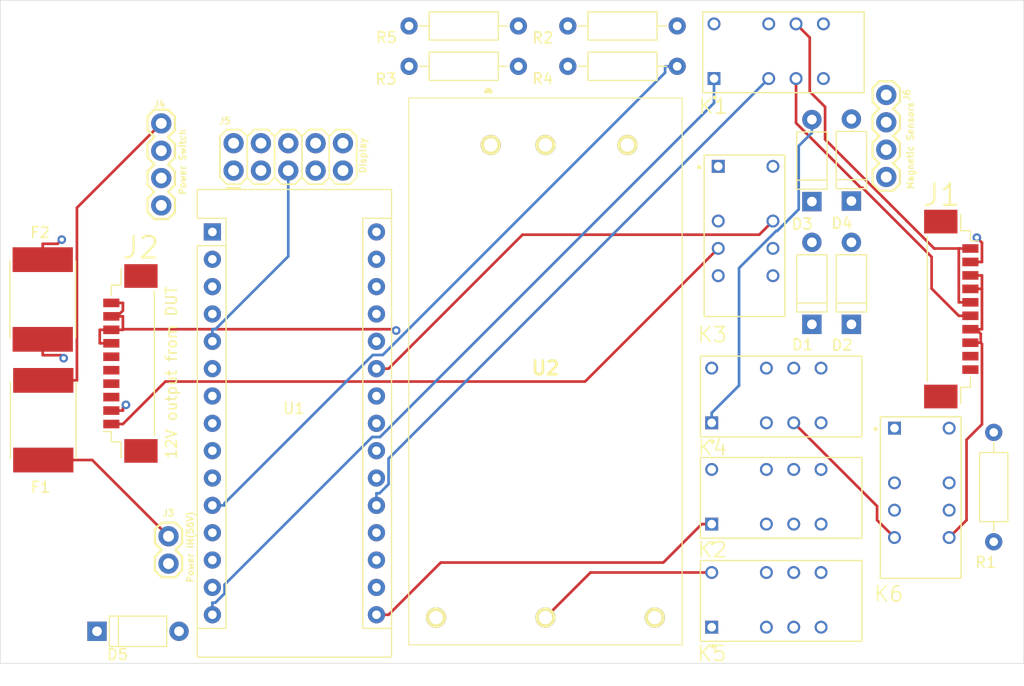
<source format=kicad_pcb>
(kicad_pcb (version 20171130) (host pcbnew "(5.1.5)-3")

  (general
    (thickness 1.6)
    (drawings 4)
    (tracks 410)
    (zones 0)
    (modules 30)
    (nets 39)
  )

  (page A4)
  (layers
    (0 F.Cu signal)
    (1 In1.Cu signal)
    (2 In2.Cu signal)
    (31 B.Cu signal)
    (32 B.Adhes user hide)
    (33 F.Adhes user hide)
    (34 B.Paste user)
    (35 F.Paste user)
    (36 B.SilkS user)
    (37 F.SilkS user)
    (38 B.Mask user)
    (39 F.Mask user)
    (40 Dwgs.User user)
    (41 Cmts.User user hide)
    (42 Eco1.User user hide)
    (43 Eco2.User user hide)
    (44 Edge.Cuts user)
    (45 Margin user hide)
    (46 B.CrtYd user hide)
    (47 F.CrtYd user hide)
    (48 B.Fab user)
    (49 F.Fab user hide)
  )

  (setup
    (last_trace_width 0.25)
    (trace_clearance 0.2)
    (zone_clearance 0.508)
    (zone_45_only no)
    (trace_min 0.2)
    (via_size 0.8)
    (via_drill 0.4)
    (via_min_size 0.4)
    (via_min_drill 0.3)
    (uvia_size 0.3)
    (uvia_drill 0.1)
    (uvias_allowed no)
    (uvia_min_size 0.2)
    (uvia_min_drill 0.1)
    (edge_width 0.05)
    (segment_width 0.2)
    (pcb_text_width 0.3)
    (pcb_text_size 1.5 1.5)
    (mod_edge_width 0.12)
    (mod_text_size 1 1)
    (mod_text_width 0.15)
    (pad_size 1.524 1.524)
    (pad_drill 0.762)
    (pad_to_mask_clearance 0.051)
    (solder_mask_min_width 0.25)
    (aux_axis_origin 0 0)
    (visible_elements 7FFFF7FF)
    (pcbplotparams
      (layerselection 0x010fc_ffffffff)
      (usegerberextensions false)
      (usegerberattributes false)
      (usegerberadvancedattributes false)
      (creategerberjobfile false)
      (excludeedgelayer true)
      (linewidth 0.100000)
      (plotframeref false)
      (viasonmask false)
      (mode 1)
      (useauxorigin false)
      (hpglpennumber 1)
      (hpglpenspeed 20)
      (hpglpendiameter 15.000000)
      (psnegative false)
      (psa4output false)
      (plotreference true)
      (plotvalue true)
      (plotinvisibletext false)
      (padsonsilk false)
      (subtractmaskfromsilk false)
      (outputformat 1)
      (mirror false)
      (drillshape 0)
      (scaleselection 1)
      (outputdirectory "../Gerber files/Main board/"))
  )

  (net 0 "")
  (net 1 D6)
  (net 2 GND)
  (net 3 D10)
  (net 4 D11)
  (net 5 D12)
  (net 6 D13)
  (net 7 "Net-(F1-Pad2)")
  (net 8 "Net-(F1-Pad1)")
  (net 9 56V_Out_From_Relay)
  (net 10 56V_To_DUT)
  (net 11 3_J1)
  (net 12 2_J1)
  (net 13 1_J1)
  (net 14 10_J2)
  (net 15 2_J2)
  (net 16 1_J2)
  (net 17 56V_In)
  (net 18 "Net-(J4-Pad2)")
  (net 19 D4)
  (net 20 D3)
  (net 21 D2)
  (net 22 D1)
  (net 23 D0)
  (net 24 5V)
  (net 25 D8)
  (net 26 D7)
  (net 27 D9)
  (net 28 A1)
  (net 29 A2)
  (net 30 A3)
  (net 31 A6)
  (net 32 12V_OUT_from_DUT)
  (net 33 A4)
  (net 34 A7)
  (net 35 A5)
  (net 36 D5)
  (net 37 A0)
  (net 38 12V)

  (net_class Default "This is the default net class."
    (clearance 0.2)
    (trace_width 0.25)
    (via_dia 0.8)
    (via_drill 0.4)
    (uvia_dia 0.3)
    (uvia_drill 0.1)
    (add_net 10_J2)
    (add_net 12V)
    (add_net 12V_OUT_from_DUT)
    (add_net 1_J1)
    (add_net 1_J2)
    (add_net 2_J1)
    (add_net 2_J2)
    (add_net 3_J1)
    (add_net 56V_In)
    (add_net 56V_Out_From_Relay)
    (add_net 56V_To_DUT)
    (add_net 5V)
    (add_net A0)
    (add_net A1)
    (add_net A2)
    (add_net A3)
    (add_net A4)
    (add_net A5)
    (add_net A6)
    (add_net A7)
    (add_net D0)
    (add_net D1)
    (add_net D10)
    (add_net D11)
    (add_net D12)
    (add_net D13)
    (add_net D2)
    (add_net D3)
    (add_net D4)
    (add_net D5)
    (add_net D6)
    (add_net D7)
    (add_net D8)
    (add_net D9)
    (add_net GND)
    (add_net "Net-(F1-Pad1)")
    (add_net "Net-(F1-Pad2)")
    (add_net "Net-(J4-Pad2)")
  )

  (module Mounting_Holes:MountingHole_3.7mm (layer F.Cu) (tedit 5E7CC103) (tstamp 5E7E3A73)
    (at 148.606 116.754)
    (descr "Mounting Hole 3.7mm, no annular")
    (tags "mounting hole 3.7mm no annular")
    (attr virtual)
    (fp_text reference REF3** (at 0 0.0889) (layer F.Fab)
      (effects (font (size 1 1) (thickness 0.15)))
    )
    (fp_text value MountingHole_3.7mm (at -2.6962 5.5977) (layer F.Fab)
      (effects (font (size 1 1) (thickness 0.15)))
    )
    (fp_text user %R (at 0.375 -0.025) (layer F.Fab)
      (effects (font (size 1 1) (thickness 0.15)))
    )
    (pad 1 np_thru_hole circle (at 0 0) (size 3.7 3.7) (drill 3.7) (layers *.Cu *.Mask))
  )

  (module Mounting_Holes:MountingHole_3.7mm (layer F.Cu) (tedit 5E7CC103) (tstamp 5E7E3DDE)
    (at 148.606 65.1141)
    (descr "Mounting Hole 3.7mm, no annular")
    (tags "mounting hole 3.7mm no annular")
    (attr virtual)
    (fp_text reference REF4** (at 0.3556 -0.0254) (layer F.Fab)
      (effects (font (size 1 1) (thickness 0.15)))
    )
    (fp_text value MountingHole_3.7mm (at -2.747 -5.5511) (layer F.Fab)
      (effects (font (size 1 1) (thickness 0.15)))
    )
    (fp_text user %R (at 0.375 -0.025) (layer F.Fab)
      (effects (font (size 1 1) (thickness 0.15)))
    )
    (pad 1 np_thru_hole circle (at 0 0) (size 3.7 3.7) (drill 3.7) (layers *.Cu *.Mask))
  )

  (module Mounting_Holes:MountingHole_3.7mm (layer F.Cu) (tedit 5E7CC103) (tstamp 5E7E3BA2)
    (at 63.4765 65.1141)
    (descr "Mounting Hole 3.7mm, no annular")
    (tags "mounting hole 3.7mm no annular")
    (attr virtual)
    (fp_text reference REF1** (at 0.381 -0.0254) (layer F.Fab)
      (effects (font (size 1 1) (thickness 0.15)))
    )
    (fp_text value MountingHole_3.7mm (at 2.7794 -5.5765) (layer F.Fab)
      (effects (font (size 1 1) (thickness 0.15)))
    )
    (fp_text user %R (at 0.375 -0.025) (layer F.Fab)
      (effects (font (size 1 1) (thickness 0.15)))
    )
    (pad 1 np_thru_hole circle (at 0 0) (size 3.7 3.7) (drill 3.7) (layers *.Cu *.Mask))
  )

  (module Mounting_Holes:MountingHole_3.7mm (layer F.Cu) (tedit 5E7CC103) (tstamp 5E7E39D8)
    (at 63.4765 116.754)
    (descr "Mounting Hole 3.7mm, no annular")
    (tags "mounting hole 3.7mm no annular")
    (attr virtual)
    (fp_text reference REF2** (at 0.3937 -0.0381) (layer F.Fab)
      (effects (font (size 1 1) (thickness 0.15)))
    )
    (fp_text value MountingHole_3.7mm (at 2.7667 5.6866) (layer F.Fab)
      (effects (font (size 1 1) (thickness 0.15)))
    )
    (fp_text user %R (at 0.375 -0.025) (layer F.Fab)
      (effects (font (size 1 1) (thickness 0.15)))
    )
    (pad 1 np_thru_hole circle (at 0 0) (size 3.7 3.7) (drill 3.7) (layers *.Cu *.Mask))
  )

  (module RDC2072S12:RDC2072S12 (layer F.Cu) (tedit 5E7B804B) (tstamp 5E7DE83A)
    (at 104.089 73.5584)
    (descr RDC2072S12-2)
    (tags "Power Supply")
    (path /5E7E55F4)
    (fp_text reference U2 (at 5.08 20.72) (layer F.SilkS)
      (effects (font (size 1.27 1.27) (thickness 0.254)))
    )
    (fp_text value RDC2072S12 (at 5.08 20.72) (layer F.SilkS) hide
      (effects (font (size 1.27 1.27) (thickness 0.254)))
    )
    (fp_arc (start -0.22 -4.9) (end 0.08 -4.9) (angle -180) (layer F.SilkS) (width 0.2))
    (fp_arc (start -0.22 -4.9) (end -0.12 -4.9) (angle -180) (layer F.SilkS) (width 0.2))
    (fp_line (start 0.08 -4.9) (end 0.08 -4.9) (layer F.SilkS) (width 0.2))
    (fp_line (start -0.12 -4.9) (end -0.12 -4.9) (layer F.SilkS) (width 0.2))
    (fp_line (start -8.12 -5.5) (end -8.12 46.94) (layer Dwgs.User) (width 0.1))
    (fp_line (start 18.28 -5.5) (end -8.12 -5.5) (layer Dwgs.User) (width 0.1))
    (fp_line (start 18.28 46.94) (end 18.28 -5.5) (layer Dwgs.User) (width 0.1))
    (fp_line (start -8.12 46.94) (end 18.28 46.94) (layer Dwgs.User) (width 0.1))
    (fp_line (start -7.62 -4.36) (end -7.62 46.44) (layer F.SilkS) (width 0.1))
    (fp_line (start 17.78 -4.36) (end -7.62 -4.36) (layer F.SilkS) (width 0.1))
    (fp_line (start 17.78 46.44) (end 17.78 -4.36) (layer F.SilkS) (width 0.1))
    (fp_line (start -7.62 46.44) (end 17.78 46.44) (layer F.SilkS) (width 0.1))
    (fp_line (start -7.62 -4.36) (end -7.62 46.44) (layer Dwgs.User) (width 0.2))
    (fp_line (start 17.78 -4.36) (end -7.62 -4.36) (layer Dwgs.User) (width 0.2))
    (fp_line (start 17.78 46.44) (end 17.78 -4.36) (layer Dwgs.User) (width 0.2))
    (fp_line (start -7.62 46.44) (end 17.78 46.44) (layer Dwgs.User) (width 0.2))
    (pad 6 thru_hole circle (at 15.24 43.9 90) (size 1.875 1.875) (drill 1.25) (layers *.Cu *.Mask F.SilkS))
    (pad 5 thru_hole circle (at 5.08 43.9 90) (size 1.875 1.875) (drill 1.25) (layers *.Cu *.Mask F.SilkS)
      (net 2 GND))
    (pad 4 thru_hole circle (at -5.08 43.9 90) (size 1.875 1.875) (drill 1.25) (layers *.Cu *.Mask F.SilkS)
      (net 38 12V))
    (pad 3 thru_hole circle (at 12.7 0 90) (size 1.875 1.875) (drill 1.25) (layers *.Cu *.Mask F.SilkS))
    (pad 2 thru_hole circle (at 5.08 0 90) (size 1.875 1.875) (drill 1.25) (layers *.Cu *.Mask F.SilkS)
      (net 2 GND))
    (pad 1 thru_hole circle (at 0 0 90) (size 1.875 1.875) (drill 1.25) (layers *.Cu *.Mask F.SilkS)
      (net 17 56V_In))
  )

  (module Modules:Arduino_Nano (layer F.Cu) (tedit 58ACAF70) (tstamp 5E7DE820)
    (at 78.232 81.6356)
    (descr "Arduino Nano, http://www.mouser.com/pdfdocs/Gravitech_Arduino_Nano3_0.pdf")
    (tags "Arduino Nano")
    (path /5E7DC50D)
    (fp_text reference U1 (at 7.5692 16.3957) (layer F.SilkS)
      (effects (font (size 1 1) (thickness 0.15)))
    )
    (fp_text value Arduino_Nano_v3.x (at 8.89 19.05 90) (layer F.Fab)
      (effects (font (size 1 1) (thickness 0.15)))
    )
    (fp_line (start 16.75 42.16) (end -1.53 42.16) (layer F.CrtYd) (width 0.05))
    (fp_line (start 16.75 42.16) (end 16.75 -4.06) (layer F.CrtYd) (width 0.05))
    (fp_line (start -1.53 -4.06) (end -1.53 42.16) (layer F.CrtYd) (width 0.05))
    (fp_line (start -1.53 -4.06) (end 16.75 -4.06) (layer F.CrtYd) (width 0.05))
    (fp_line (start 16.51 -3.81) (end 16.51 39.37) (layer F.Fab) (width 0.1))
    (fp_line (start 0 -3.81) (end 16.51 -3.81) (layer F.Fab) (width 0.1))
    (fp_line (start -1.27 -2.54) (end 0 -3.81) (layer F.Fab) (width 0.1))
    (fp_line (start -1.27 39.37) (end -1.27 -2.54) (layer F.Fab) (width 0.1))
    (fp_line (start 16.51 39.37) (end -1.27 39.37) (layer F.Fab) (width 0.1))
    (fp_line (start 16.64 -3.94) (end -1.4 -3.94) (layer F.SilkS) (width 0.12))
    (fp_line (start 16.64 39.5) (end 16.64 -3.94) (layer F.SilkS) (width 0.12))
    (fp_line (start -1.4 39.5) (end 16.64 39.5) (layer F.SilkS) (width 0.12))
    (fp_line (start 3.81 41.91) (end 3.81 31.75) (layer F.Fab) (width 0.1))
    (fp_line (start 11.43 41.91) (end 3.81 41.91) (layer F.Fab) (width 0.1))
    (fp_line (start 11.43 31.75) (end 11.43 41.91) (layer F.Fab) (width 0.1))
    (fp_line (start 3.81 31.75) (end 11.43 31.75) (layer F.Fab) (width 0.1))
    (fp_line (start 1.27 36.83) (end -1.4 36.83) (layer F.SilkS) (width 0.12))
    (fp_line (start 1.27 1.27) (end 1.27 36.83) (layer F.SilkS) (width 0.12))
    (fp_line (start 1.27 1.27) (end -1.4 1.27) (layer F.SilkS) (width 0.12))
    (fp_line (start 13.97 36.83) (end 16.64 36.83) (layer F.SilkS) (width 0.12))
    (fp_line (start 13.97 -1.27) (end 13.97 36.83) (layer F.SilkS) (width 0.12))
    (fp_line (start 13.97 -1.27) (end 16.64 -1.27) (layer F.SilkS) (width 0.12))
    (fp_line (start -1.4 -3.94) (end -1.4 -1.27) (layer F.SilkS) (width 0.12))
    (fp_line (start -1.4 1.27) (end -1.4 39.5) (layer F.SilkS) (width 0.12))
    (fp_line (start 1.27 -1.27) (end -1.4 -1.27) (layer F.SilkS) (width 0.12))
    (fp_line (start 1.27 1.27) (end 1.27 -1.27) (layer F.SilkS) (width 0.12))
    (fp_text user %R (at 6.35 19.05 90) (layer F.Fab)
      (effects (font (size 1 1) (thickness 0.15)))
    )
    (pad 16 thru_hole oval (at 15.24 35.56) (size 1.6 1.6) (drill 0.8) (layers *.Cu *.Mask)
      (net 6 D13))
    (pad 15 thru_hole oval (at 0 35.56) (size 1.6 1.6) (drill 0.8) (layers *.Cu *.Mask)
      (net 5 D12))
    (pad 30 thru_hole oval (at 15.24 0) (size 1.6 1.6) (drill 0.8) (layers *.Cu *.Mask)
      (net 38 12V))
    (pad 14 thru_hole oval (at 0 33.02) (size 1.6 1.6) (drill 0.8) (layers *.Cu *.Mask)
      (net 4 D11))
    (pad 29 thru_hole oval (at 15.24 2.54) (size 1.6 1.6) (drill 0.8) (layers *.Cu *.Mask)
      (net 2 GND))
    (pad 13 thru_hole oval (at 0 30.48) (size 1.6 1.6) (drill 0.8) (layers *.Cu *.Mask)
      (net 3 D10))
    (pad 28 thru_hole oval (at 15.24 5.08) (size 1.6 1.6) (drill 0.8) (layers *.Cu *.Mask))
    (pad 12 thru_hole oval (at 0 27.94) (size 1.6 1.6) (drill 0.8) (layers *.Cu *.Mask)
      (net 27 D9))
    (pad 27 thru_hole oval (at 15.24 7.62) (size 1.6 1.6) (drill 0.8) (layers *.Cu *.Mask)
      (net 24 5V))
    (pad 11 thru_hole oval (at 0 25.4) (size 1.6 1.6) (drill 0.8) (layers *.Cu *.Mask)
      (net 25 D8))
    (pad 26 thru_hole oval (at 15.24 10.16) (size 1.6 1.6) (drill 0.8) (layers *.Cu *.Mask)
      (net 34 A7))
    (pad 10 thru_hole oval (at 0 22.86) (size 1.6 1.6) (drill 0.8) (layers *.Cu *.Mask)
      (net 26 D7))
    (pad 25 thru_hole oval (at 15.24 12.7) (size 1.6 1.6) (drill 0.8) (layers *.Cu *.Mask)
      (net 31 A6))
    (pad 9 thru_hole oval (at 0 20.32) (size 1.6 1.6) (drill 0.8) (layers *.Cu *.Mask)
      (net 1 D6))
    (pad 24 thru_hole oval (at 15.24 15.24) (size 1.6 1.6) (drill 0.8) (layers *.Cu *.Mask)
      (net 35 A5))
    (pad 8 thru_hole oval (at 0 17.78) (size 1.6 1.6) (drill 0.8) (layers *.Cu *.Mask)
      (net 36 D5))
    (pad 23 thru_hole oval (at 15.24 17.78) (size 1.6 1.6) (drill 0.8) (layers *.Cu *.Mask)
      (net 33 A4))
    (pad 7 thru_hole oval (at 0 15.24) (size 1.6 1.6) (drill 0.8) (layers *.Cu *.Mask)
      (net 19 D4))
    (pad 22 thru_hole oval (at 15.24 20.32) (size 1.6 1.6) (drill 0.8) (layers *.Cu *.Mask)
      (net 30 A3))
    (pad 6 thru_hole oval (at 0 12.7) (size 1.6 1.6) (drill 0.8) (layers *.Cu *.Mask)
      (net 20 D3))
    (pad 21 thru_hole oval (at 15.24 22.86) (size 1.6 1.6) (drill 0.8) (layers *.Cu *.Mask)
      (net 29 A2))
    (pad 5 thru_hole oval (at 0 10.16) (size 1.6 1.6) (drill 0.8) (layers *.Cu *.Mask)
      (net 21 D2))
    (pad 20 thru_hole oval (at 15.24 25.4) (size 1.6 1.6) (drill 0.8) (layers *.Cu *.Mask)
      (net 28 A1))
    (pad 4 thru_hole oval (at 0 7.62) (size 1.6 1.6) (drill 0.8) (layers *.Cu *.Mask)
      (net 2 GND))
    (pad 19 thru_hole oval (at 15.24 27.94) (size 1.6 1.6) (drill 0.8) (layers *.Cu *.Mask)
      (net 37 A0))
    (pad 3 thru_hole oval (at 0 5.08) (size 1.6 1.6) (drill 0.8) (layers *.Cu *.Mask))
    (pad 18 thru_hole oval (at 15.24 30.48) (size 1.6 1.6) (drill 0.8) (layers *.Cu *.Mask))
    (pad 2 thru_hole oval (at 0 2.54) (size 1.6 1.6) (drill 0.8) (layers *.Cu *.Mask)
      (net 23 D0))
    (pad 17 thru_hole oval (at 15.24 33.02) (size 1.6 1.6) (drill 0.8) (layers *.Cu *.Mask))
    (pad 1 thru_hole rect (at 0 0) (size 1.6 1.6) (drill 0.8) (layers *.Cu *.Mask)
      (net 22 D1))
  )

  (module Resistors_THT:R_Axial_DIN0207_L6.3mm_D2.5mm_P10.16mm_Horizontal (layer F.Cu) (tedit 5874F706) (tstamp 5E7DE7E3)
    (at 96.5 62.5)
    (descr "Resistor, Axial_DIN0207 series, Axial, Horizontal, pin pitch=10.16mm, 0.25W = 1/4W, length*diameter=6.3*2.5mm^2, http://cdn-reichelt.de/documents/datenblatt/B400/1_4W%23YAG.pdf")
    (tags "Resistor Axial_DIN0207 series Axial Horizontal pin pitch 10.16mm 0.25W = 1/4W length 6.3mm diameter 2.5mm")
    (path /5E8256CD)
    (fp_text reference R5 (at -2.0955 1.0795) (layer F.SilkS)
      (effects (font (size 1 1) (thickness 0.15)))
    )
    (fp_text value 1M (at 5.334 -0.0635) (layer F.Fab)
      (effects (font (size 1 1) (thickness 0.15)))
    )
    (fp_line (start 11.25 -1.6) (end -1.05 -1.6) (layer F.CrtYd) (width 0.05))
    (fp_line (start 11.25 1.6) (end 11.25 -1.6) (layer F.CrtYd) (width 0.05))
    (fp_line (start -1.05 1.6) (end 11.25 1.6) (layer F.CrtYd) (width 0.05))
    (fp_line (start -1.05 -1.6) (end -1.05 1.6) (layer F.CrtYd) (width 0.05))
    (fp_line (start 9.18 0) (end 8.29 0) (layer F.SilkS) (width 0.12))
    (fp_line (start 0.98 0) (end 1.87 0) (layer F.SilkS) (width 0.12))
    (fp_line (start 8.29 -1.31) (end 1.87 -1.31) (layer F.SilkS) (width 0.12))
    (fp_line (start 8.29 1.31) (end 8.29 -1.31) (layer F.SilkS) (width 0.12))
    (fp_line (start 1.87 1.31) (end 8.29 1.31) (layer F.SilkS) (width 0.12))
    (fp_line (start 1.87 -1.31) (end 1.87 1.31) (layer F.SilkS) (width 0.12))
    (fp_line (start 10.16 0) (end 8.23 0) (layer F.Fab) (width 0.1))
    (fp_line (start 0 0) (end 1.93 0) (layer F.Fab) (width 0.1))
    (fp_line (start 8.23 -1.25) (end 1.93 -1.25) (layer F.Fab) (width 0.1))
    (fp_line (start 8.23 1.25) (end 8.23 -1.25) (layer F.Fab) (width 0.1))
    (fp_line (start 1.93 1.25) (end 8.23 1.25) (layer F.Fab) (width 0.1))
    (fp_line (start 1.93 -1.25) (end 1.93 1.25) (layer F.Fab) (width 0.1))
    (pad 2 thru_hole oval (at 10.16 0) (size 1.6 1.6) (drill 0.8) (layers *.Cu *.Mask)
      (net 37 A0))
    (pad 1 thru_hole circle (at 0 0) (size 1.6 1.6) (drill 0.8) (layers *.Cu *.Mask)
      (net 2 GND))
    (model ${KISYS3DMOD}/Resistors_THT.3dshapes/R_Axial_DIN0207_L6.3mm_D2.5mm_P10.16mm_Horizontal.wrl
      (at (xyz 0 0 0))
      (scale (xyz 0.393701 0.393701 0.393701))
      (rotate (xyz 0 0 0))
    )
  )

  (module Resistors_THT:R_Axial_DIN0207_L6.3mm_D2.5mm_P10.16mm_Horizontal (layer F.Cu) (tedit 5874F706) (tstamp 5E7DE7CD)
    (at 111.25 66.25)
    (descr "Resistor, Axial_DIN0207 series, Axial, Horizontal, pin pitch=10.16mm, 0.25W = 1/4W, length*diameter=6.3*2.5mm^2, http://cdn-reichelt.de/documents/datenblatt/B400/1_4W%23YAG.pdf")
    (tags "Resistor Axial_DIN0207 series Axial Horizontal pin pitch 10.16mm 0.25W = 1/4W length 6.3mm diameter 2.5mm")
    (path /5E9C05CB)
    (fp_text reference R4 (at -2.3241 1.1557) (layer F.SilkS)
      (effects (font (size 1 1) (thickness 0.15)))
    )
    (fp_text value 10k (at 4.8895 -0.2667) (layer F.Fab)
      (effects (font (size 1 1) (thickness 0.15)))
    )
    (fp_line (start 11.25 -1.6) (end -1.05 -1.6) (layer F.CrtYd) (width 0.05))
    (fp_line (start 11.25 1.6) (end 11.25 -1.6) (layer F.CrtYd) (width 0.05))
    (fp_line (start -1.05 1.6) (end 11.25 1.6) (layer F.CrtYd) (width 0.05))
    (fp_line (start -1.05 -1.6) (end -1.05 1.6) (layer F.CrtYd) (width 0.05))
    (fp_line (start 9.18 0) (end 8.29 0) (layer F.SilkS) (width 0.12))
    (fp_line (start 0.98 0) (end 1.87 0) (layer F.SilkS) (width 0.12))
    (fp_line (start 8.29 -1.31) (end 1.87 -1.31) (layer F.SilkS) (width 0.12))
    (fp_line (start 8.29 1.31) (end 8.29 -1.31) (layer F.SilkS) (width 0.12))
    (fp_line (start 1.87 1.31) (end 8.29 1.31) (layer F.SilkS) (width 0.12))
    (fp_line (start 1.87 -1.31) (end 1.87 1.31) (layer F.SilkS) (width 0.12))
    (fp_line (start 10.16 0) (end 8.23 0) (layer F.Fab) (width 0.1))
    (fp_line (start 0 0) (end 1.93 0) (layer F.Fab) (width 0.1))
    (fp_line (start 8.23 -1.25) (end 1.93 -1.25) (layer F.Fab) (width 0.1))
    (fp_line (start 8.23 1.25) (end 8.23 -1.25) (layer F.Fab) (width 0.1))
    (fp_line (start 1.93 1.25) (end 8.23 1.25) (layer F.Fab) (width 0.1))
    (fp_line (start 1.93 -1.25) (end 1.93 1.25) (layer F.Fab) (width 0.1))
    (pad 2 thru_hole oval (at 10.16 0) (size 1.6 1.6) (drill 0.8) (layers *.Cu *.Mask)
      (net 25 D8))
    (pad 1 thru_hole circle (at 0 0) (size 1.6 1.6) (drill 0.8) (layers *.Cu *.Mask)
      (net 2 GND))
    (model ${KISYS3DMOD}/Resistors_THT.3dshapes/R_Axial_DIN0207_L6.3mm_D2.5mm_P10.16mm_Horizontal.wrl
      (at (xyz 0 0 0))
      (scale (xyz 0.393701 0.393701 0.393701))
      (rotate (xyz 0 0 0))
    )
  )

  (module Resistors_THT:R_Axial_DIN0207_L6.3mm_D2.5mm_P10.16mm_Horizontal (layer F.Cu) (tedit 5874F706) (tstamp 5E7DE7B7)
    (at 96.5 66.25)
    (descr "Resistor, Axial_DIN0207 series, Axial, Horizontal, pin pitch=10.16mm, 0.25W = 1/4W, length*diameter=6.3*2.5mm^2, http://cdn-reichelt.de/documents/datenblatt/B400/1_4W%23YAG.pdf")
    (tags "Resistor Axial_DIN0207 series Axial Horizontal pin pitch 10.16mm 0.25W = 1/4W length 6.3mm diameter 2.5mm")
    (path /5E9BB57E)
    (fp_text reference R3 (at -2.1463 1.1938) (layer F.SilkS)
      (effects (font (size 1 1) (thickness 0.15)))
    )
    (fp_text value 10k (at 5.588 -0.1397) (layer F.Fab)
      (effects (font (size 1 1) (thickness 0.15)))
    )
    (fp_line (start 11.25 -1.6) (end -1.05 -1.6) (layer F.CrtYd) (width 0.05))
    (fp_line (start 11.25 1.6) (end 11.25 -1.6) (layer F.CrtYd) (width 0.05))
    (fp_line (start -1.05 1.6) (end 11.25 1.6) (layer F.CrtYd) (width 0.05))
    (fp_line (start -1.05 -1.6) (end -1.05 1.6) (layer F.CrtYd) (width 0.05))
    (fp_line (start 9.18 0) (end 8.29 0) (layer F.SilkS) (width 0.12))
    (fp_line (start 0.98 0) (end 1.87 0) (layer F.SilkS) (width 0.12))
    (fp_line (start 8.29 -1.31) (end 1.87 -1.31) (layer F.SilkS) (width 0.12))
    (fp_line (start 8.29 1.31) (end 8.29 -1.31) (layer F.SilkS) (width 0.12))
    (fp_line (start 1.87 1.31) (end 8.29 1.31) (layer F.SilkS) (width 0.12))
    (fp_line (start 1.87 -1.31) (end 1.87 1.31) (layer F.SilkS) (width 0.12))
    (fp_line (start 10.16 0) (end 8.23 0) (layer F.Fab) (width 0.1))
    (fp_line (start 0 0) (end 1.93 0) (layer F.Fab) (width 0.1))
    (fp_line (start 8.23 -1.25) (end 1.93 -1.25) (layer F.Fab) (width 0.1))
    (fp_line (start 8.23 1.25) (end 8.23 -1.25) (layer F.Fab) (width 0.1))
    (fp_line (start 1.93 1.25) (end 8.23 1.25) (layer F.Fab) (width 0.1))
    (fp_line (start 1.93 -1.25) (end 1.93 1.25) (layer F.Fab) (width 0.1))
    (pad 2 thru_hole oval (at 10.16 0) (size 1.6 1.6) (drill 0.8) (layers *.Cu *.Mask)
      (net 2 GND))
    (pad 1 thru_hole circle (at 0 0) (size 1.6 1.6) (drill 0.8) (layers *.Cu *.Mask)
      (net 26 D7))
    (model ${KISYS3DMOD}/Resistors_THT.3dshapes/R_Axial_DIN0207_L6.3mm_D2.5mm_P10.16mm_Horizontal.wrl
      (at (xyz 0 0 0))
      (scale (xyz 0.393701 0.393701 0.393701))
      (rotate (xyz 0 0 0))
    )
  )

  (module Resistors_THT:R_Axial_DIN0207_L6.3mm_D2.5mm_P10.16mm_Horizontal (layer F.Cu) (tedit 5874F706) (tstamp 5E7DE7A1)
    (at 111.25 62.5)
    (descr "Resistor, Axial_DIN0207 series, Axial, Horizontal, pin pitch=10.16mm, 0.25W = 1/4W, length*diameter=6.3*2.5mm^2, http://cdn-reichelt.de/documents/datenblatt/B400/1_4W%23YAG.pdf")
    (tags "Resistor Axial_DIN0207 series Axial Horizontal pin pitch 10.16mm 0.25W = 1/4W length 6.3mm diameter 2.5mm")
    (path /5E8249A2)
    (fp_text reference R2 (at -2.3241 1.1049) (layer F.SilkS)
      (effects (font (size 1 1) (thickness 0.15)))
    )
    (fp_text value 3M (at 5.0038 0) (layer F.Fab)
      (effects (font (size 1 1) (thickness 0.15)))
    )
    (fp_line (start 11.25 -1.6) (end -1.05 -1.6) (layer F.CrtYd) (width 0.05))
    (fp_line (start 11.25 1.6) (end 11.25 -1.6) (layer F.CrtYd) (width 0.05))
    (fp_line (start -1.05 1.6) (end 11.25 1.6) (layer F.CrtYd) (width 0.05))
    (fp_line (start -1.05 -1.6) (end -1.05 1.6) (layer F.CrtYd) (width 0.05))
    (fp_line (start 9.18 0) (end 8.29 0) (layer F.SilkS) (width 0.12))
    (fp_line (start 0.98 0) (end 1.87 0) (layer F.SilkS) (width 0.12))
    (fp_line (start 8.29 -1.31) (end 1.87 -1.31) (layer F.SilkS) (width 0.12))
    (fp_line (start 8.29 1.31) (end 8.29 -1.31) (layer F.SilkS) (width 0.12))
    (fp_line (start 1.87 1.31) (end 8.29 1.31) (layer F.SilkS) (width 0.12))
    (fp_line (start 1.87 -1.31) (end 1.87 1.31) (layer F.SilkS) (width 0.12))
    (fp_line (start 10.16 0) (end 8.23 0) (layer F.Fab) (width 0.1))
    (fp_line (start 0 0) (end 1.93 0) (layer F.Fab) (width 0.1))
    (fp_line (start 8.23 -1.25) (end 1.93 -1.25) (layer F.Fab) (width 0.1))
    (fp_line (start 8.23 1.25) (end 8.23 -1.25) (layer F.Fab) (width 0.1))
    (fp_line (start 1.93 1.25) (end 8.23 1.25) (layer F.Fab) (width 0.1))
    (fp_line (start 1.93 -1.25) (end 1.93 1.25) (layer F.Fab) (width 0.1))
    (pad 2 thru_hole oval (at 10.16 0) (size 1.6 1.6) (drill 0.8) (layers *.Cu *.Mask)
      (net 32 12V_OUT_from_DUT))
    (pad 1 thru_hole circle (at 0 0) (size 1.6 1.6) (drill 0.8) (layers *.Cu *.Mask)
      (net 37 A0))
    (model ${KISYS3DMOD}/Resistors_THT.3dshapes/R_Axial_DIN0207_L6.3mm_D2.5mm_P10.16mm_Horizontal.wrl
      (at (xyz 0 0 0))
      (scale (xyz 0.393701 0.393701 0.393701))
      (rotate (xyz 0 0 0))
    )
  )

  (module Resistors_THT:R_Axial_DIN0207_L6.3mm_D2.5mm_P10.16mm_Horizontal (layer F.Cu) (tedit 5874F706) (tstamp 5E7E5BDA)
    (at 150.812 110.414 90)
    (descr "Resistor, Axial_DIN0207 series, Axial, Horizontal, pin pitch=10.16mm, 0.25W = 1/4W, length*diameter=6.3*2.5mm^2, http://cdn-reichelt.de/documents/datenblatt/B400/1_4W%23YAG.pdf")
    (tags "Resistor Axial_DIN0207 series Axial Horizontal pin pitch 10.16mm 0.25W = 1/4W length 6.3mm diameter 2.5mm")
    (path /5E7F9FEE)
    (fp_text reference R1 (at -1.9177 -0.7366 180) (layer F.SilkS)
      (effects (font (size 1 1) (thickness 0.15)))
    )
    (fp_text value 150 (at 4.2799 0.0508 90) (layer F.Fab)
      (effects (font (size 1 1) (thickness 0.15)))
    )
    (fp_line (start 11.25 -1.6) (end -1.05 -1.6) (layer F.CrtYd) (width 0.05))
    (fp_line (start 11.25 1.6) (end 11.25 -1.6) (layer F.CrtYd) (width 0.05))
    (fp_line (start -1.05 1.6) (end 11.25 1.6) (layer F.CrtYd) (width 0.05))
    (fp_line (start -1.05 -1.6) (end -1.05 1.6) (layer F.CrtYd) (width 0.05))
    (fp_line (start 9.18 0) (end 8.29 0) (layer F.SilkS) (width 0.12))
    (fp_line (start 0.98 0) (end 1.87 0) (layer F.SilkS) (width 0.12))
    (fp_line (start 8.29 -1.31) (end 1.87 -1.31) (layer F.SilkS) (width 0.12))
    (fp_line (start 8.29 1.31) (end 8.29 -1.31) (layer F.SilkS) (width 0.12))
    (fp_line (start 1.87 1.31) (end 8.29 1.31) (layer F.SilkS) (width 0.12))
    (fp_line (start 1.87 -1.31) (end 1.87 1.31) (layer F.SilkS) (width 0.12))
    (fp_line (start 10.16 0) (end 8.23 0) (layer F.Fab) (width 0.1))
    (fp_line (start 0 0) (end 1.93 0) (layer F.Fab) (width 0.1))
    (fp_line (start 8.23 -1.25) (end 1.93 -1.25) (layer F.Fab) (width 0.1))
    (fp_line (start 8.23 1.25) (end 8.23 -1.25) (layer F.Fab) (width 0.1))
    (fp_line (start 1.93 1.25) (end 8.23 1.25) (layer F.Fab) (width 0.1))
    (fp_line (start 1.93 -1.25) (end 1.93 1.25) (layer F.Fab) (width 0.1))
    (pad 2 thru_hole oval (at 10.16 0 90) (size 1.6 1.6) (drill 0.8) (layers *.Cu *.Mask)
      (net 24 5V))
    (pad 1 thru_hole circle (at 0 0 90) (size 1.6 1.6) (drill 0.8) (layers *.Cu *.Mask)
      (net 18 "Net-(J4-Pad2)"))
    (model ${KISYS3DMOD}/Resistors_THT.3dshapes/R_Axial_DIN0207_L6.3mm_D2.5mm_P10.16mm_Horizontal.wrl
      (at (xyz 0 0 0))
      (scale (xyz 0.393701 0.393701 0.393701))
      (rotate (xyz 0 0 0))
    )
  )

  (module EC2-12NU:RELAY_EC2-5NU (layer F.Cu) (tedit 5E2F46FD) (tstamp 5EAC4290)
    (at 144.132 106.312)
    (path /5E7DF706)
    (fp_text reference K6 (at -3.0734 8.9535) (layer F.SilkS)
      (effects (font (size 1.4 1.4) (thickness 0.15)))
    )
    (fp_text value EC2-5NU (at -0.2286 0.2413 90) (layer F.Fab)
      (effects (font (size 1.4 1.4) (thickness 0.015)))
    )
    (fp_line (start -3.85 -7.5) (end 3.65 -7.5) (layer F.Fab) (width 0.127))
    (fp_line (start 3.65 -7.5) (end 3.65 7.5) (layer F.Fab) (width 0.127))
    (fp_line (start 3.65 7.5) (end -3.85 7.5) (layer F.Fab) (width 0.127))
    (fp_line (start -3.85 7.5) (end -3.85 -7.5) (layer F.Fab) (width 0.127))
    (fp_line (start -3.85 -7.5) (end 3.65 -7.5) (layer F.SilkS) (width 0.127))
    (fp_line (start 3.65 -7.5) (end 3.65 7.5) (layer F.SilkS) (width 0.127))
    (fp_line (start 3.65 7.5) (end -3.85 7.5) (layer F.SilkS) (width 0.127))
    (fp_line (start -3.85 7.5) (end -3.85 -7.5) (layer F.SilkS) (width 0.127))
    (fp_circle (center -4.3 -6.37) (end -4.2 -6.37) (layer F.Fab) (width 0.2))
    (fp_circle (center -4.3 -6.37) (end -4.2 -6.37) (layer F.SilkS) (width 0.2))
    (fp_line (start 3.9 -7.75) (end -4.1 -7.75) (layer F.CrtYd) (width 0.05))
    (fp_line (start -4.1 -7.75) (end -4.1 7.75) (layer F.CrtYd) (width 0.05))
    (fp_line (start -4.1 7.75) (end 3.9 7.75) (layer F.CrtYd) (width 0.05))
    (fp_line (start 3.9 7.75) (end 3.9 -7.75) (layer F.CrtYd) (width 0.05))
    (pad 1 thru_hole rect (at -2.54 -6.45) (size 1.2 1.2) (drill 0.8) (layers *.Cu *.Mask)
      (net 1 D6))
    (pad 12 thru_hole circle (at 2.54 -6.45) (size 1.2 1.2) (drill 0.8) (layers *.Cu *.Mask)
      (net 2 GND))
    (pad 3 thru_hole circle (at -2.54 -1.37) (size 1.2 1.2) (drill 0.8) (layers *.Cu *.Mask))
    (pad 8 thru_hole circle (at 2.54 3.71) (size 1.2 1.2) (drill 0.8) (layers *.Cu *.Mask)
      (net 11 3_J1))
    (pad 4 thru_hole circle (at -2.54 1.17) (size 1.2 1.2) (drill 0.8) (layers *.Cu *.Mask)
      (net 2 GND))
    (pad 5 thru_hole circle (at -2.54 3.71) (size 1.2 1.2) (drill 0.8) (layers *.Cu *.Mask)
      (net 14 10_J2))
    (pad 10 thru_hole circle (at 2.54 -1.37) (size 1.2 1.2) (drill 0.8) (layers *.Cu *.Mask))
    (pad 9 thru_hole circle (at 2.54 1.17) (size 1.2 1.2) (drill 0.8) (layers *.Cu *.Mask)
      (net 2 GND))
  )

  (module EC2-12NU:RELAY_EC2-5NU (layer F.Cu) (tedit 5E2F46FD) (tstamp 5E7DE75B)
    (at 131.064 115.811 90)
    (path /5E7DB577)
    (fp_text reference K5 (at -4.9911 -6.4389 180) (layer F.SilkS)
      (effects (font (size 1.4 1.4) (thickness 0.15)))
    )
    (fp_text value EC2-5NU (at 0.2286 0.1016) (layer F.Fab)
      (effects (font (size 1.4 1.4) (thickness 0.015)))
    )
    (fp_line (start 3.9 7.75) (end 3.9 -7.75) (layer F.CrtYd) (width 0.05))
    (fp_line (start -4.1 7.75) (end 3.9 7.75) (layer F.CrtYd) (width 0.05))
    (fp_line (start -4.1 -7.75) (end -4.1 7.75) (layer F.CrtYd) (width 0.05))
    (fp_line (start 3.9 -7.75) (end -4.1 -7.75) (layer F.CrtYd) (width 0.05))
    (fp_circle (center -4.3 -6.37) (end -4.2 -6.37) (layer F.SilkS) (width 0.2))
    (fp_circle (center -4.3 -6.37) (end -4.2 -6.37) (layer F.Fab) (width 0.2))
    (fp_line (start -3.85 7.5) (end -3.85 -7.5) (layer F.SilkS) (width 0.127))
    (fp_line (start 3.65 7.5) (end -3.85 7.5) (layer F.SilkS) (width 0.127))
    (fp_line (start 3.65 -7.5) (end 3.65 7.5) (layer F.SilkS) (width 0.127))
    (fp_line (start -3.85 -7.5) (end 3.65 -7.5) (layer F.SilkS) (width 0.127))
    (fp_line (start -3.85 7.5) (end -3.85 -7.5) (layer F.Fab) (width 0.127))
    (fp_line (start 3.65 7.5) (end -3.85 7.5) (layer F.Fab) (width 0.127))
    (fp_line (start 3.65 -7.5) (end 3.65 7.5) (layer F.Fab) (width 0.127))
    (fp_line (start -3.85 -7.5) (end 3.65 -7.5) (layer F.Fab) (width 0.127))
    (pad 9 thru_hole circle (at 2.54 1.17 90) (size 1.2 1.2) (drill 0.8) (layers *.Cu *.Mask)
      (net 17 56V_In))
    (pad 10 thru_hole circle (at 2.54 -1.37 90) (size 1.2 1.2) (drill 0.8) (layers *.Cu *.Mask))
    (pad 5 thru_hole circle (at -2.54 3.71 90) (size 1.2 1.2) (drill 0.8) (layers *.Cu *.Mask))
    (pad 4 thru_hole circle (at -2.54 1.17 90) (size 1.2 1.2) (drill 0.8) (layers *.Cu *.Mask))
    (pad 8 thru_hole circle (at 2.54 3.71 90) (size 1.2 1.2) (drill 0.8) (layers *.Cu *.Mask)
      (net 9 56V_Out_From_Relay))
    (pad 3 thru_hole circle (at -2.54 -1.37 90) (size 1.2 1.2) (drill 0.8) (layers *.Cu *.Mask))
    (pad 12 thru_hole circle (at 2.54 -6.45 90) (size 1.2 1.2) (drill 0.8) (layers *.Cu *.Mask)
      (net 2 GND))
    (pad 1 thru_hole rect (at -2.54 -6.45 90) (size 1.2 1.2) (drill 0.8) (layers *.Cu *.Mask)
      (net 36 D5))
  )

  (module EC2-12NU:RELAY_EC2-5NU (layer F.Cu) (tedit 5E2F46FD) (tstamp 5E7DEF68)
    (at 131.064 96.8248 90)
    (path /5E7DA050)
    (fp_text reference K4 (at -4.8641 -6.3754 180) (layer F.SilkS)
      (effects (font (size 1.4 1.4) (thickness 0.15)))
    )
    (fp_text value EC2-5NU (at -0.1397 0.6985) (layer F.Fab)
      (effects (font (size 1.4 1.4) (thickness 0.015)))
    )
    (fp_line (start -3.85 -7.5) (end 3.65 -7.5) (layer F.Fab) (width 0.127))
    (fp_line (start 3.65 -7.5) (end 3.65 7.5) (layer F.Fab) (width 0.127))
    (fp_line (start 3.65 7.5) (end -3.85 7.5) (layer F.Fab) (width 0.127))
    (fp_line (start -3.85 7.5) (end -3.85 -7.5) (layer F.Fab) (width 0.127))
    (fp_line (start -3.85 -7.5) (end 3.65 -7.5) (layer F.SilkS) (width 0.127))
    (fp_line (start 3.65 -7.5) (end 3.65 7.5) (layer F.SilkS) (width 0.127))
    (fp_line (start 3.65 7.5) (end -3.85 7.5) (layer F.SilkS) (width 0.127))
    (fp_line (start -3.85 7.5) (end -3.85 -7.5) (layer F.SilkS) (width 0.127))
    (fp_circle (center -4.3 -6.37) (end -4.2 -6.37) (layer F.Fab) (width 0.2))
    (fp_circle (center -4.3 -6.37) (end -4.2 -6.37) (layer F.SilkS) (width 0.2))
    (fp_line (start 3.9 -7.75) (end -4.1 -7.75) (layer F.CrtYd) (width 0.05))
    (fp_line (start -4.1 -7.75) (end -4.1 7.75) (layer F.CrtYd) (width 0.05))
    (fp_line (start -4.1 7.75) (end 3.9 7.75) (layer F.CrtYd) (width 0.05))
    (fp_line (start 3.9 7.75) (end 3.9 -7.75) (layer F.CrtYd) (width 0.05))
    (pad 1 thru_hole rect (at -2.54 -6.45 90) (size 1.2 1.2) (drill 0.8) (layers *.Cu *.Mask)
      (net 4 D11))
    (pad 12 thru_hole circle (at 2.54 -6.45 90) (size 1.2 1.2) (drill 0.8) (layers *.Cu *.Mask)
      (net 2 GND))
    (pad 3 thru_hole circle (at -2.54 -1.37 90) (size 1.2 1.2) (drill 0.8) (layers *.Cu *.Mask)
      (net 35 A5))
    (pad 8 thru_hole circle (at 2.54 3.71 90) (size 1.2 1.2) (drill 0.8) (layers *.Cu *.Mask))
    (pad 4 thru_hole circle (at -2.54 1.17 90) (size 1.2 1.2) (drill 0.8) (layers *.Cu *.Mask)
      (net 14 10_J2))
    (pad 5 thru_hole circle (at -2.54 3.71 90) (size 1.2 1.2) (drill 0.8) (layers *.Cu *.Mask))
    (pad 10 thru_hole circle (at 2.54 -1.37 90) (size 1.2 1.2) (drill 0.8) (layers *.Cu *.Mask)
      (net 34 A7))
    (pad 9 thru_hole circle (at 2.54 1.17 90) (size 1.2 1.2) (drill 0.8) (layers *.Cu *.Mask)
      (net 14 10_J2))
  )

  (module EC2-12NU:RELAY_EC2-5NU (layer F.Cu) (tedit 5E2F46FD) (tstamp 5E7E7EFD)
    (at 127.762 81.9912)
    (path /5E7D919D)
    (fp_text reference K3 (at -3.0861 9.1948) (layer F.SilkS)
      (effects (font (size 1.4 1.4) (thickness 0.15)))
    )
    (fp_text value EC2-5NU (at -0.2286 -0.0635 90) (layer F.Fab)
      (effects (font (size 1.4 1.4) (thickness 0.015)))
    )
    (fp_line (start -3.85 -7.5) (end 3.65 -7.5) (layer F.Fab) (width 0.127))
    (fp_line (start 3.65 -7.5) (end 3.65 7.5) (layer F.Fab) (width 0.127))
    (fp_line (start 3.65 7.5) (end -3.85 7.5) (layer F.Fab) (width 0.127))
    (fp_line (start -3.85 7.5) (end -3.85 -7.5) (layer F.Fab) (width 0.127))
    (fp_line (start -3.85 -7.5) (end 3.65 -7.5) (layer F.SilkS) (width 0.127))
    (fp_line (start 3.65 -7.5) (end 3.65 7.5) (layer F.SilkS) (width 0.127))
    (fp_line (start 3.65 7.5) (end -3.85 7.5) (layer F.SilkS) (width 0.127))
    (fp_line (start -3.85 7.5) (end -3.85 -7.5) (layer F.SilkS) (width 0.127))
    (fp_circle (center -4.3 -6.37) (end -4.2 -6.37) (layer F.Fab) (width 0.2))
    (fp_circle (center -4.3 -6.37) (end -4.2 -6.37) (layer F.SilkS) (width 0.2))
    (fp_line (start 3.9 -7.75) (end -4.1 -7.75) (layer F.CrtYd) (width 0.05))
    (fp_line (start -4.1 -7.75) (end -4.1 7.75) (layer F.CrtYd) (width 0.05))
    (fp_line (start -4.1 7.75) (end 3.9 7.75) (layer F.CrtYd) (width 0.05))
    (fp_line (start 3.9 7.75) (end 3.9 -7.75) (layer F.CrtYd) (width 0.05))
    (pad 1 thru_hole rect (at -2.54 -6.45) (size 1.2 1.2) (drill 0.8) (layers *.Cu *.Mask)
      (net 3 D10))
    (pad 12 thru_hole circle (at 2.54 -6.45) (size 1.2 1.2) (drill 0.8) (layers *.Cu *.Mask)
      (net 2 GND))
    (pad 3 thru_hole circle (at -2.54 -1.37) (size 1.2 1.2) (drill 0.8) (layers *.Cu *.Mask)
      (net 33 A4))
    (pad 8 thru_hole circle (at 2.54 3.71) (size 1.2 1.2) (drill 0.8) (layers *.Cu *.Mask)
      (net 32 12V_OUT_from_DUT))
    (pad 4 thru_hole circle (at -2.54 1.17) (size 1.2 1.2) (drill 0.8) (layers *.Cu *.Mask)
      (net 16 1_J2))
    (pad 5 thru_hole circle (at -2.54 3.71) (size 1.2 1.2) (drill 0.8) (layers *.Cu *.Mask)
      (net 32 12V_OUT_from_DUT))
    (pad 10 thru_hole circle (at 2.54 -1.37) (size 1.2 1.2) (drill 0.8) (layers *.Cu *.Mask)
      (net 31 A6))
    (pad 9 thru_hole circle (at 2.54 1.17) (size 1.2 1.2) (drill 0.8) (layers *.Cu *.Mask)
      (net 15 2_J2))
  )

  (module EC2-12NU:RELAY_EC2-5NU (layer F.Cu) (tedit 5E2F46FD) (tstamp 5E7DE70D)
    (at 131.064 106.236 90)
    (path /5E7D660A)
    (fp_text reference K2 (at -4.9149 -6.3881 180) (layer F.SilkS)
      (effects (font (size 1.4 1.4) (thickness 0.15)))
    )
    (fp_text value EC2-5NU (at 0.6858 -0.1143) (layer F.Fab)
      (effects (font (size 1.4 1.4) (thickness 0.015)))
    )
    (fp_line (start -3.85 -7.5) (end 3.65 -7.5) (layer F.Fab) (width 0.127))
    (fp_line (start 3.65 -7.5) (end 3.65 7.5) (layer F.Fab) (width 0.127))
    (fp_line (start 3.65 7.5) (end -3.85 7.5) (layer F.Fab) (width 0.127))
    (fp_line (start -3.85 7.5) (end -3.85 -7.5) (layer F.Fab) (width 0.127))
    (fp_line (start -3.85 -7.5) (end 3.65 -7.5) (layer F.SilkS) (width 0.127))
    (fp_line (start 3.65 -7.5) (end 3.65 7.5) (layer F.SilkS) (width 0.127))
    (fp_line (start 3.65 7.5) (end -3.85 7.5) (layer F.SilkS) (width 0.127))
    (fp_line (start -3.85 7.5) (end -3.85 -7.5) (layer F.SilkS) (width 0.127))
    (fp_circle (center -4.3 -6.37) (end -4.2 -6.37) (layer F.Fab) (width 0.2))
    (fp_circle (center -4.3 -6.37) (end -4.2 -6.37) (layer F.SilkS) (width 0.2))
    (fp_line (start 3.9 -7.75) (end -4.1 -7.75) (layer F.CrtYd) (width 0.05))
    (fp_line (start -4.1 -7.75) (end -4.1 7.75) (layer F.CrtYd) (width 0.05))
    (fp_line (start -4.1 7.75) (end 3.9 7.75) (layer F.CrtYd) (width 0.05))
    (fp_line (start 3.9 7.75) (end 3.9 -7.75) (layer F.CrtYd) (width 0.05))
    (pad 1 thru_hole rect (at -2.54 -6.45 90) (size 1.2 1.2) (drill 0.8) (layers *.Cu *.Mask)
      (net 6 D13))
    (pad 12 thru_hole circle (at 2.54 -6.45 90) (size 1.2 1.2) (drill 0.8) (layers *.Cu *.Mask)
      (net 2 GND))
    (pad 3 thru_hole circle (at -2.54 -1.37 90) (size 1.2 1.2) (drill 0.8) (layers *.Cu *.Mask)
      (net 30 A3))
    (pad 8 thru_hole circle (at 2.54 3.71 90) (size 1.2 1.2) (drill 0.8) (layers *.Cu *.Mask))
    (pad 4 thru_hole circle (at -2.54 1.17 90) (size 1.2 1.2) (drill 0.8) (layers *.Cu *.Mask)
      (net 11 3_J1))
    (pad 5 thru_hole circle (at -2.54 3.71 90) (size 1.2 1.2) (drill 0.8) (layers *.Cu *.Mask))
    (pad 10 thru_hole circle (at 2.54 -1.37 90) (size 1.2 1.2) (drill 0.8) (layers *.Cu *.Mask)
      (net 29 A2))
    (pad 9 thru_hole circle (at 2.54 1.17 90) (size 1.2 1.2) (drill 0.8) (layers *.Cu *.Mask)
      (net 11 3_J1))
  )

  (module EC2-12NU:RELAY_EC2-5NU (layer F.Cu) (tedit 5E2F46FD) (tstamp 5E7DE6F3)
    (at 131.28 64.8462 90)
    (path /5E7D5663)
    (fp_text reference K1 (at -5.1181 -6.5151 180) (layer F.SilkS)
      (effects (font (size 1.4 1.4) (thickness 0.15)))
    )
    (fp_text value EC2-5NU (at 0.4064 -0.1016 180) (layer F.Fab)
      (effects (font (size 1.4 1.4) (thickness 0.015)))
    )
    (fp_line (start -3.85 -7.5) (end 3.65 -7.5) (layer F.Fab) (width 0.127))
    (fp_line (start 3.65 -7.5) (end 3.65 7.5) (layer F.Fab) (width 0.127))
    (fp_line (start 3.65 7.5) (end -3.85 7.5) (layer F.Fab) (width 0.127))
    (fp_line (start -3.85 7.5) (end -3.85 -7.5) (layer F.Fab) (width 0.127))
    (fp_line (start -3.85 -7.5) (end 3.65 -7.5) (layer F.SilkS) (width 0.127))
    (fp_line (start 3.65 -7.5) (end 3.65 7.5) (layer F.SilkS) (width 0.127))
    (fp_line (start 3.65 7.5) (end -3.85 7.5) (layer F.SilkS) (width 0.127))
    (fp_line (start -3.85 7.5) (end -3.85 -7.5) (layer F.SilkS) (width 0.127))
    (fp_circle (center -4.3 -6.37) (end -4.2 -6.37) (layer F.Fab) (width 0.2))
    (fp_circle (center -4.3 -6.37) (end -4.2 -6.37) (layer F.SilkS) (width 0.2))
    (fp_line (start 3.9 -7.75) (end -4.1 -7.75) (layer F.CrtYd) (width 0.05))
    (fp_line (start -4.1 -7.75) (end -4.1 7.75) (layer F.CrtYd) (width 0.05))
    (fp_line (start -4.1 7.75) (end 3.9 7.75) (layer F.CrtYd) (width 0.05))
    (fp_line (start 3.9 7.75) (end 3.9 -7.75) (layer F.CrtYd) (width 0.05))
    (pad 1 thru_hole rect (at -2.54 -6.45 90) (size 1.2 1.2) (drill 0.8) (layers *.Cu *.Mask)
      (net 5 D12))
    (pad 12 thru_hole circle (at 2.54 -6.45 90) (size 1.2 1.2) (drill 0.8) (layers *.Cu *.Mask)
      (net 2 GND))
    (pad 3 thru_hole circle (at -2.54 -1.37 90) (size 1.2 1.2) (drill 0.8) (layers *.Cu *.Mask)
      (net 28 A1))
    (pad 8 thru_hole circle (at 2.54 3.71 90) (size 1.2 1.2) (drill 0.8) (layers *.Cu *.Mask)
      (net 10 56V_To_DUT))
    (pad 4 thru_hole circle (at -2.54 1.17 90) (size 1.2 1.2) (drill 0.8) (layers *.Cu *.Mask)
      (net 12 2_J1))
    (pad 5 thru_hole circle (at -2.54 3.71 90) (size 1.2 1.2) (drill 0.8) (layers *.Cu *.Mask)
      (net 10 56V_To_DUT))
    (pad 10 thru_hole circle (at 2.54 -1.37 90) (size 1.2 1.2) (drill 0.8) (layers *.Cu *.Mask)
      (net 27 D9))
    (pad 9 thru_hole circle (at 2.54 1.17 90) (size 1.2 1.2) (drill 0.8) (layers *.Cu *.Mask)
      (net 13 1_J1))
  )

  (module Connectors_Molex:Molex_PicoBlade_53398-1071_10x1.25mm_Straight (layer F.Cu) (tedit 58A3B79E) (tstamp 5E7DE5EB)
    (at 70.2183 93.853 90)
    (descr "Molex PicoBlade, single row, top entry type, surface mount, PN:53398-1071")
    (tags "connector molex picoblade smt")
    (path /5E7E17B1)
    (attr smd)
    (fp_text reference J2 (at 10.7569 1.3589) (layer F.SilkS)
      (effects (font (size 2 2) (thickness 0.2)))
    )
    (fp_text value "12V output from DUT" (at -0.8509 4.2037 270) (layer F.SilkS)
      (effects (font (size 1 1) (thickness 0.15)))
    )
    (fp_text user %R (at 0 1.5 90) (layer B.Fab)
      (effects (font (size 1 1) (thickness 0.15)) (justify mirror))
    )
    (fp_line (start -9.8 3.5) (end 0 3.5) (layer F.CrtYd) (width 0.05))
    (fp_line (start -9.8 -0.9) (end -9.8 3.5) (layer F.CrtYd) (width 0.05))
    (fp_line (start -7.7 -0.9) (end -9.8 -0.9) (layer F.CrtYd) (width 0.05))
    (fp_line (start -7.7 -2.7) (end -7.7 -0.9) (layer F.CrtYd) (width 0.05))
    (fp_line (start 0 -2.7) (end -7.7 -2.7) (layer F.CrtYd) (width 0.05))
    (fp_line (start 9.8 3.5) (end 0 3.5) (layer F.CrtYd) (width 0.05))
    (fp_line (start 9.8 -0.9) (end 9.8 3.5) (layer F.CrtYd) (width 0.05))
    (fp_line (start 7.7 -0.9) (end 9.8 -0.9) (layer F.CrtYd) (width 0.05))
    (fp_line (start 7.7 -2.7) (end 7.7 -0.9) (layer F.CrtYd) (width 0.05))
    (fp_line (start 0 -2.7) (end 7.7 -2.7) (layer F.CrtYd) (width 0.05))
    (fp_line (start -5.225 -1.225) (end -6.025 -1.225) (layer F.Fab) (width 0.1))
    (fp_line (start -5.625 -0.425) (end -5.225 -1.225) (layer F.Fab) (width 0.1))
    (fp_line (start -6.025 -1.225) (end -5.625 -0.425) (layer F.Fab) (width 0.1))
    (fp_line (start -6.325 -1.375) (end -6.325 -2.125) (layer F.SilkS) (width 0.12))
    (fp_line (start -6.725 2.625) (end 6.725 2.625) (layer F.SilkS) (width 0.12))
    (fp_line (start -7.275 -0.475) (end -8.775 -0.475) (layer F.SilkS) (width 0.12))
    (fp_line (start -7.275 -1.375) (end -7.275 -0.475) (layer F.SilkS) (width 0.12))
    (fp_line (start -6.325 -1.375) (end -7.275 -1.375) (layer F.SilkS) (width 0.12))
    (fp_line (start 7.275 -0.475) (end 8.775 -0.475) (layer F.SilkS) (width 0.12))
    (fp_line (start 7.275 -1.375) (end 7.275 -0.475) (layer F.SilkS) (width 0.12))
    (fp_line (start 6.325 -1.375) (end 7.275 -1.375) (layer F.SilkS) (width 0.12))
    (fp_line (start -8.625 -0.325) (end -7.125 -0.325) (layer F.Fab) (width 0.1))
    (fp_line (start -8.625 2.475) (end -8.625 -0.325) (layer F.Fab) (width 0.1))
    (fp_line (start -7.125 2.475) (end -8.625 2.475) (layer F.Fab) (width 0.1))
    (fp_line (start 8.625 -0.325) (end 7.125 -0.325) (layer F.Fab) (width 0.1))
    (fp_line (start 8.625 2.475) (end 8.625 -0.325) (layer F.Fab) (width 0.1))
    (fp_line (start 7.125 2.475) (end 8.625 2.475) (layer F.Fab) (width 0.1))
    (fp_line (start 7.125 -1.225) (end -7.125 -1.225) (layer F.Fab) (width 0.1))
    (fp_line (start 7.125 2.475) (end 7.125 -1.225) (layer F.Fab) (width 0.1))
    (fp_line (start -7.125 2.475) (end 7.125 2.475) (layer F.Fab) (width 0.1))
    (fp_line (start -7.125 -1.225) (end -7.125 2.475) (layer F.Fab) (width 0.1))
    (pad "" smd rect (at 8.125 1.375 90) (size 2.2 3.1) (layers F.Cu F.Paste F.Mask))
    (pad "" smd rect (at -8.125 1.375 90) (size 2.2 3.1) (layers F.Cu F.Paste F.Mask))
    (pad 10 smd rect (at 5.625 -1.375 90) (size 0.8 1.5) (layers F.Cu F.Paste F.Mask)
      (net 14 10_J2))
    (pad 9 smd rect (at 4.375 -1.375 90) (size 0.8 1.5) (layers F.Cu F.Paste F.Mask)
      (net 14 10_J2))
    (pad 8 smd rect (at 3.125 -1.375 90) (size 0.8 1.5) (layers F.Cu F.Paste F.Mask)
      (net 14 10_J2))
    (pad 7 smd rect (at 1.875 -1.375 90) (size 0.8 1.5) (layers F.Cu F.Paste F.Mask)
      (net 14 10_J2))
    (pad 6 smd rect (at 0.625 -1.375 90) (size 0.8 1.5) (layers F.Cu F.Paste F.Mask))
    (pad 5 smd rect (at -0.625 -1.375 90) (size 0.8 1.5) (layers F.Cu F.Paste F.Mask))
    (pad 4 smd rect (at -1.875 -1.375 90) (size 0.8 1.5) (layers F.Cu F.Paste F.Mask))
    (pad 3 smd rect (at -3.125 -1.375 90) (size 0.8 1.5) (layers F.Cu F.Paste F.Mask))
    (pad 2 smd rect (at -4.375 -1.375 90) (size 0.8 1.5) (layers F.Cu F.Paste F.Mask)
      (net 15 2_J2))
    (pad 1 smd rect (at -5.625 -1.375 90) (size 0.8 1.5) (layers F.Cu F.Paste F.Mask)
      (net 16 1_J2))
    (model ${KISYS3DMOD}/Connectors_Molex.3dshapes/Molex_PicoBlade_53398-1071_10x1.25mm_Straight.wrl
      (at (xyz 0 0 0))
      (scale (xyz 1 1 1))
      (rotate (xyz 0 0 0))
    )
  )

  (module Connectors_Molex:Molex_PicoBlade_53398-1071_10x1.25mm_Straight (layer F.Cu) (tedit 58A3B79E) (tstamp 5E7E2FBB)
    (at 147.269 88.7984 270)
    (descr "Molex PicoBlade, single row, top entry type, surface mount, PN:53398-1071")
    (tags "connector molex picoblade smt")
    (path /5E7E2291)
    (attr smd)
    (fp_text reference J1 (at -10.6045 1.2954 180) (layer F.SilkS)
      (effects (font (size 2 2) (thickness 0.2)))
    )
    (fp_text value "56V to the DUT" (at -0.2921 -0.9017 90) (layer F.Fab)
      (effects (font (size 1 1) (thickness 0.15)))
    )
    (fp_text user %R (at 0 1.5 90) (layer B.Fab)
      (effects (font (size 1 1) (thickness 0.15)) (justify mirror))
    )
    (fp_line (start -9.8 3.5) (end 0 3.5) (layer F.CrtYd) (width 0.05))
    (fp_line (start -9.8 -0.9) (end -9.8 3.5) (layer F.CrtYd) (width 0.05))
    (fp_line (start -7.7 -0.9) (end -9.8 -0.9) (layer F.CrtYd) (width 0.05))
    (fp_line (start -7.7 -2.7) (end -7.7 -0.9) (layer F.CrtYd) (width 0.05))
    (fp_line (start 0 -2.7) (end -7.7 -2.7) (layer F.CrtYd) (width 0.05))
    (fp_line (start 9.8 3.5) (end 0 3.5) (layer F.CrtYd) (width 0.05))
    (fp_line (start 9.8 -0.9) (end 9.8 3.5) (layer F.CrtYd) (width 0.05))
    (fp_line (start 7.7 -0.9) (end 9.8 -0.9) (layer F.CrtYd) (width 0.05))
    (fp_line (start 7.7 -2.7) (end 7.7 -0.9) (layer F.CrtYd) (width 0.05))
    (fp_line (start 0 -2.7) (end 7.7 -2.7) (layer F.CrtYd) (width 0.05))
    (fp_line (start -5.225 -1.225) (end -6.025 -1.225) (layer F.Fab) (width 0.1))
    (fp_line (start -5.625 -0.425) (end -5.225 -1.225) (layer F.Fab) (width 0.1))
    (fp_line (start -6.025 -1.225) (end -5.625 -0.425) (layer F.Fab) (width 0.1))
    (fp_line (start -6.325 -1.375) (end -6.325 -2.125) (layer F.SilkS) (width 0.12))
    (fp_line (start -6.725 2.625) (end 6.725 2.625) (layer F.SilkS) (width 0.12))
    (fp_line (start -7.275 -0.475) (end -8.775 -0.475) (layer F.SilkS) (width 0.12))
    (fp_line (start -7.275 -1.375) (end -7.275 -0.475) (layer F.SilkS) (width 0.12))
    (fp_line (start -6.325 -1.375) (end -7.275 -1.375) (layer F.SilkS) (width 0.12))
    (fp_line (start 7.275 -0.475) (end 8.775 -0.475) (layer F.SilkS) (width 0.12))
    (fp_line (start 7.275 -1.375) (end 7.275 -0.475) (layer F.SilkS) (width 0.12))
    (fp_line (start 6.325 -1.375) (end 7.275 -1.375) (layer F.SilkS) (width 0.12))
    (fp_line (start -8.625 -0.325) (end -7.125 -0.325) (layer F.Fab) (width 0.1))
    (fp_line (start -8.625 2.475) (end -8.625 -0.325) (layer F.Fab) (width 0.1))
    (fp_line (start -7.125 2.475) (end -8.625 2.475) (layer F.Fab) (width 0.1))
    (fp_line (start 8.625 -0.325) (end 7.125 -0.325) (layer F.Fab) (width 0.1))
    (fp_line (start 8.625 2.475) (end 8.625 -0.325) (layer F.Fab) (width 0.1))
    (fp_line (start 7.125 2.475) (end 8.625 2.475) (layer F.Fab) (width 0.1))
    (fp_line (start 7.125 -1.225) (end -7.125 -1.225) (layer F.Fab) (width 0.1))
    (fp_line (start 7.125 2.475) (end 7.125 -1.225) (layer F.Fab) (width 0.1))
    (fp_line (start -7.125 2.475) (end 7.125 2.475) (layer F.Fab) (width 0.1))
    (fp_line (start -7.125 -1.225) (end -7.125 2.475) (layer F.Fab) (width 0.1))
    (pad "" smd rect (at 8.125 1.375 270) (size 2.2 3.1) (layers F.Cu F.Paste F.Mask))
    (pad "" smd rect (at -8.125 1.375 270) (size 2.2 3.1) (layers F.Cu F.Paste F.Mask))
    (pad 10 smd rect (at 5.625 -1.375 270) (size 0.8 1.5) (layers F.Cu F.Paste F.Mask))
    (pad 9 smd rect (at 4.375 -1.375 270) (size 0.8 1.5) (layers F.Cu F.Paste F.Mask))
    (pad 8 smd rect (at 3.125 -1.375 270) (size 0.8 1.5) (layers F.Cu F.Paste F.Mask)
      (net 11 3_J1))
    (pad 7 smd rect (at 1.875 -1.375 270) (size 0.8 1.5) (layers F.Cu F.Paste F.Mask)
      (net 11 3_J1))
    (pad 6 smd rect (at 0.625 -1.375 270) (size 0.8 1.5) (layers F.Cu F.Paste F.Mask)
      (net 12 2_J1))
    (pad 5 smd rect (at -0.625 -1.375 270) (size 0.8 1.5) (layers F.Cu F.Paste F.Mask)
      (net 13 1_J1))
    (pad 4 smd rect (at -1.875 -1.375 270) (size 0.8 1.5) (layers F.Cu F.Paste F.Mask)
      (net 11 3_J1))
    (pad 3 smd rect (at -3.125 -1.375 270) (size 0.8 1.5) (layers F.Cu F.Paste F.Mask)
      (net 11 3_J1))
    (pad 2 smd rect (at -4.375 -1.375 270) (size 0.8 1.5) (layers F.Cu F.Paste F.Mask)
      (net 12 2_J1))
    (pad 1 smd rect (at -5.625 -1.375 270) (size 0.8 1.5) (layers F.Cu F.Paste F.Mask)
      (net 13 1_J1))
    (model ${KISYS3DMOD}/Connectors_Molex.3dshapes/Molex_PicoBlade_53398-1071_10x1.25mm_Straight.wrl
      (at (xyz 0 0 0))
      (scale (xyz 1 1 1))
      (rotate (xyz 0 0 0))
    )
  )

  (module Diode_THT:D_A-405_P7.62mm_Horizontal (layer F.Cu) (tedit 5921392E) (tstamp 5EAC818C)
    (at 67.5132 118.732)
    (descr "D, A-405 series, Axial, Horizontal, pin pitch=7.62mm, , length*diameter=5.2*2.7mm^2, , http://www.diodes.com/_files/packages/A-405.pdf")
    (tags "D A-405 series Axial Horizontal pin pitch 7.62mm  length 5.2mm diameter 2.7mm")
    (path /5E803A77)
    (fp_text reference D5 (at 1.905 2.159) (layer F.SilkS)
      (effects (font (size 1 1) (thickness 0.15)))
    )
    (fp_text value DIODE (at 4.4323 0.5969) (layer F.Fab)
      (effects (font (size 1 1) (thickness 0.15)))
    )
    (fp_line (start 8.8 -1.7) (end -1.15 -1.7) (layer F.CrtYd) (width 0.05))
    (fp_line (start 8.8 1.7) (end 8.8 -1.7) (layer F.CrtYd) (width 0.05))
    (fp_line (start -1.15 1.7) (end 8.8 1.7) (layer F.CrtYd) (width 0.05))
    (fp_line (start -1.15 -1.7) (end -1.15 1.7) (layer F.CrtYd) (width 0.05))
    (fp_line (start 1.99 -1.41) (end 1.99 1.41) (layer F.SilkS) (width 0.12))
    (fp_line (start 6.54 0) (end 6.47 0) (layer F.SilkS) (width 0.12))
    (fp_line (start 1.08 0) (end 1.15 0) (layer F.SilkS) (width 0.12))
    (fp_line (start 6.47 -1.41) (end 1.15 -1.41) (layer F.SilkS) (width 0.12))
    (fp_line (start 6.47 1.41) (end 6.47 -1.41) (layer F.SilkS) (width 0.12))
    (fp_line (start 1.15 1.41) (end 6.47 1.41) (layer F.SilkS) (width 0.12))
    (fp_line (start 1.15 -1.41) (end 1.15 1.41) (layer F.SilkS) (width 0.12))
    (fp_line (start 1.99 -1.35) (end 1.99 1.35) (layer F.Fab) (width 0.1))
    (fp_line (start 7.62 0) (end 6.41 0) (layer F.Fab) (width 0.1))
    (fp_line (start 0 0) (end 1.21 0) (layer F.Fab) (width 0.1))
    (fp_line (start 6.41 -1.35) (end 1.21 -1.35) (layer F.Fab) (width 0.1))
    (fp_line (start 6.41 1.35) (end 6.41 -1.35) (layer F.Fab) (width 0.1))
    (fp_line (start 1.21 1.35) (end 6.41 1.35) (layer F.Fab) (width 0.1))
    (fp_line (start 1.21 -1.35) (end 1.21 1.35) (layer F.Fab) (width 0.1))
    (fp_text user %R (at 3.8862 -0.5715) (layer F.Fab)
      (effects (font (size 1 1) (thickness 0.15)))
    )
    (pad 2 thru_hole oval (at 7.62 0) (size 1.8 1.8) (drill 0.9) (layers *.Cu *.Mask)
      (net 6 D13))
    (pad 1 thru_hole rect (at 0 0) (size 1.8 1.8) (drill 0.9) (layers *.Cu *.Mask)
      (net 2 GND))
    (model ${KISYS3DMOD}/Diodes_THT.3dshapes/D_A-405_P7.62mm_Horizontal.wrl
      (at (xyz 0 0 0))
      (scale (xyz 0.393701 0.393701 0.393701))
      (rotate (xyz 0 0 0))
    )
  )

  (module Diode_THT:D_A-405_P7.62mm_Horizontal (layer F.Cu) (tedit 5921392E) (tstamp 5E7DE558)
    (at 137.592 78.7654 90)
    (descr "D, A-405 series, Axial, Horizontal, pin pitch=7.62mm, , length*diameter=5.2*2.7mm^2, , http://www.diodes.com/_files/packages/A-405.pdf")
    (tags "D A-405 series Axial Horizontal pin pitch 7.62mm  length 5.2mm diameter 2.7mm")
    (path /5E80436A)
    (fp_text reference D4 (at -2.0701 -0.8763 180) (layer F.SilkS)
      (effects (font (size 1 1) (thickness 0.15)))
    )
    (fp_text value DIODE (at 3.9347 -0.2498 90) (layer F.Fab)
      (effects (font (size 1 1) (thickness 0.15)))
    )
    (fp_line (start 8.8 -1.7) (end -1.15 -1.7) (layer F.CrtYd) (width 0.05))
    (fp_line (start 8.8 1.7) (end 8.8 -1.7) (layer F.CrtYd) (width 0.05))
    (fp_line (start -1.15 1.7) (end 8.8 1.7) (layer F.CrtYd) (width 0.05))
    (fp_line (start -1.15 -1.7) (end -1.15 1.7) (layer F.CrtYd) (width 0.05))
    (fp_line (start 1.99 -1.41) (end 1.99 1.41) (layer F.SilkS) (width 0.12))
    (fp_line (start 6.54 0) (end 6.47 0) (layer F.SilkS) (width 0.12))
    (fp_line (start 1.08 0) (end 1.15 0) (layer F.SilkS) (width 0.12))
    (fp_line (start 6.47 -1.41) (end 1.15 -1.41) (layer F.SilkS) (width 0.12))
    (fp_line (start 6.47 1.41) (end 6.47 -1.41) (layer F.SilkS) (width 0.12))
    (fp_line (start 1.15 1.41) (end 6.47 1.41) (layer F.SilkS) (width 0.12))
    (fp_line (start 1.15 -1.41) (end 1.15 1.41) (layer F.SilkS) (width 0.12))
    (fp_line (start 1.99 -1.35) (end 1.99 1.35) (layer F.Fab) (width 0.1))
    (fp_line (start 7.62 0) (end 6.41 0) (layer F.Fab) (width 0.1))
    (fp_line (start 0 0) (end 1.21 0) (layer F.Fab) (width 0.1))
    (fp_line (start 6.41 -1.35) (end 1.21 -1.35) (layer F.Fab) (width 0.1))
    (fp_line (start 6.41 1.35) (end 6.41 -1.35) (layer F.Fab) (width 0.1))
    (fp_line (start 1.21 1.35) (end 6.41 1.35) (layer F.Fab) (width 0.1))
    (fp_line (start 1.21 -1.35) (end 1.21 1.35) (layer F.Fab) (width 0.1))
    (fp_text user %R (at 3.81 0 90) (layer F.Fab)
      (effects (font (size 1 1) (thickness 0.15)))
    )
    (pad 2 thru_hole oval (at 7.62 0 90) (size 1.8 1.8) (drill 0.9) (layers *.Cu *.Mask)
      (net 5 D12))
    (pad 1 thru_hole rect (at 0 0 90) (size 1.8 1.8) (drill 0.9) (layers *.Cu *.Mask)
      (net 2 GND))
    (model ${KISYS3DMOD}/Diodes_THT.3dshapes/D_A-405_P7.62mm_Horizontal.wrl
      (at (xyz 0 0 0))
      (scale (xyz 0.393701 0.393701 0.393701))
      (rotate (xyz 0 0 0))
    )
  )

  (module Diode_THT:D_A-405_P7.62mm_Horizontal (layer F.Cu) (tedit 5921392E) (tstamp 5E7DE53F)
    (at 133.922 78.8162 90)
    (descr "D, A-405 series, Axial, Horizontal, pin pitch=7.62mm, , length*diameter=5.2*2.7mm^2, , http://www.diodes.com/_files/packages/A-405.pdf")
    (tags "D A-405 series Axial Horizontal pin pitch 7.62mm  length 5.2mm diameter 2.7mm")
    (path /5E802614)
    (fp_text reference D3 (at -2.0828 -0.9017 180) (layer F.SilkS)
      (effects (font (size 1 1) (thickness 0.15)))
    )
    (fp_text value DIODE (at 4.8641 0.5461 90) (layer F.Fab)
      (effects (font (size 1 1) (thickness 0.15)))
    )
    (fp_line (start 8.8 -1.7) (end -1.15 -1.7) (layer F.CrtYd) (width 0.05))
    (fp_line (start 8.8 1.7) (end 8.8 -1.7) (layer F.CrtYd) (width 0.05))
    (fp_line (start -1.15 1.7) (end 8.8 1.7) (layer F.CrtYd) (width 0.05))
    (fp_line (start -1.15 -1.7) (end -1.15 1.7) (layer F.CrtYd) (width 0.05))
    (fp_line (start 1.99 -1.41) (end 1.99 1.41) (layer F.SilkS) (width 0.12))
    (fp_line (start 6.54 0) (end 6.47 0) (layer F.SilkS) (width 0.12))
    (fp_line (start 1.08 0) (end 1.15 0) (layer F.SilkS) (width 0.12))
    (fp_line (start 6.47 -1.41) (end 1.15 -1.41) (layer F.SilkS) (width 0.12))
    (fp_line (start 6.47 1.41) (end 6.47 -1.41) (layer F.SilkS) (width 0.12))
    (fp_line (start 1.15 1.41) (end 6.47 1.41) (layer F.SilkS) (width 0.12))
    (fp_line (start 1.15 -1.41) (end 1.15 1.41) (layer F.SilkS) (width 0.12))
    (fp_line (start 1.99 -1.35) (end 1.99 1.35) (layer F.Fab) (width 0.1))
    (fp_line (start 7.62 0) (end 6.41 0) (layer F.Fab) (width 0.1))
    (fp_line (start 0 0) (end 1.21 0) (layer F.Fab) (width 0.1))
    (fp_line (start 6.41 -1.35) (end 1.21 -1.35) (layer F.Fab) (width 0.1))
    (fp_line (start 6.41 1.35) (end 6.41 -1.35) (layer F.Fab) (width 0.1))
    (fp_line (start 1.21 1.35) (end 6.41 1.35) (layer F.Fab) (width 0.1))
    (fp_line (start 1.21 -1.35) (end 1.21 1.35) (layer F.Fab) (width 0.1))
    (fp_text user %R (at 3.81 0 90) (layer F.Fab)
      (effects (font (size 1 1) (thickness 0.15)))
    )
    (pad 2 thru_hole oval (at 7.62 0 90) (size 1.8 1.8) (drill 0.9) (layers *.Cu *.Mask)
      (net 4 D11))
    (pad 1 thru_hole rect (at 0 0 90) (size 1.8 1.8) (drill 0.9) (layers *.Cu *.Mask)
      (net 2 GND))
    (model ${KISYS3DMOD}/Diodes_THT.3dshapes/D_A-405_P7.62mm_Horizontal.wrl
      (at (xyz 0 0 0))
      (scale (xyz 0.393701 0.393701 0.393701))
      (rotate (xyz 0 0 0))
    )
  )

  (module Diode_THT:D_A-405_P7.62mm_Horizontal (layer F.Cu) (tedit 5921392E) (tstamp 5E7DE526)
    (at 137.592 90.2206 90)
    (descr "D, A-405 series, Axial, Horizontal, pin pitch=7.62mm, , length*diameter=5.2*2.7mm^2, , http://www.diodes.com/_files/packages/A-405.pdf")
    (tags "D A-405 series Axial Horizontal pin pitch 7.62mm  length 5.2mm diameter 2.7mm")
    (path /5E801BAA)
    (fp_text reference D2 (at -1.9306 -0.8668 180) (layer F.SilkS)
      (effects (font (size 1 1) (thickness 0.15)))
    )
    (fp_text value DIODE (at 3.7719 -0.0889 90) (layer F.Fab)
      (effects (font (size 1 1) (thickness 0.15)))
    )
    (fp_line (start 8.8 -1.7) (end -1.15 -1.7) (layer F.CrtYd) (width 0.05))
    (fp_line (start 8.8 1.7) (end 8.8 -1.7) (layer F.CrtYd) (width 0.05))
    (fp_line (start -1.15 1.7) (end 8.8 1.7) (layer F.CrtYd) (width 0.05))
    (fp_line (start -1.15 -1.7) (end -1.15 1.7) (layer F.CrtYd) (width 0.05))
    (fp_line (start 1.99 -1.41) (end 1.99 1.41) (layer F.SilkS) (width 0.12))
    (fp_line (start 6.54 0) (end 6.47 0) (layer F.SilkS) (width 0.12))
    (fp_line (start 1.08 0) (end 1.15 0) (layer F.SilkS) (width 0.12))
    (fp_line (start 6.47 -1.41) (end 1.15 -1.41) (layer F.SilkS) (width 0.12))
    (fp_line (start 6.47 1.41) (end 6.47 -1.41) (layer F.SilkS) (width 0.12))
    (fp_line (start 1.15 1.41) (end 6.47 1.41) (layer F.SilkS) (width 0.12))
    (fp_line (start 1.15 -1.41) (end 1.15 1.41) (layer F.SilkS) (width 0.12))
    (fp_line (start 1.99 -1.35) (end 1.99 1.35) (layer F.Fab) (width 0.1))
    (fp_line (start 7.62 0) (end 6.41 0) (layer F.Fab) (width 0.1))
    (fp_line (start 0 0) (end 1.21 0) (layer F.Fab) (width 0.1))
    (fp_line (start 6.41 -1.35) (end 1.21 -1.35) (layer F.Fab) (width 0.1))
    (fp_line (start 6.41 1.35) (end 6.41 -1.35) (layer F.Fab) (width 0.1))
    (fp_line (start 1.21 1.35) (end 6.41 1.35) (layer F.Fab) (width 0.1))
    (fp_line (start 1.21 -1.35) (end 1.21 1.35) (layer F.Fab) (width 0.1))
    (fp_text user %R (at 3.81 0 90) (layer F.Fab)
      (effects (font (size 1 1) (thickness 0.15)))
    )
    (pad 2 thru_hole oval (at 7.62 0 90) (size 1.8 1.8) (drill 0.9) (layers *.Cu *.Mask)
      (net 3 D10))
    (pad 1 thru_hole rect (at 0 0 90) (size 1.8 1.8) (drill 0.9) (layers *.Cu *.Mask)
      (net 2 GND))
    (model ${KISYS3DMOD}/Diodes_THT.3dshapes/D_A-405_P7.62mm_Horizontal.wrl
      (at (xyz 0 0 0))
      (scale (xyz 0.393701 0.393701 0.393701))
      (rotate (xyz 0 0 0))
    )
  )

  (module Diode_THT:D_A-405_P7.62mm_Horizontal (layer F.Cu) (tedit 5921392E) (tstamp 5E7DE50D)
    (at 133.922 90.2206 90)
    (descr "D, A-405 series, Axial, Horizontal, pin pitch=7.62mm, , length*diameter=5.2*2.7mm^2, , http://www.diodes.com/_files/packages/A-405.pdf")
    (tags "D A-405 series Axial Horizontal pin pitch 7.62mm  length 5.2mm diameter 2.7mm")
    (path /5E84D02C)
    (fp_text reference D1 (at -1.8925 -0.8753 180) (layer F.SilkS)
      (effects (font (size 1 1) (thickness 0.15)))
    )
    (fp_text value DIODE (at 5.3467 -0.1143 90) (layer F.Fab)
      (effects (font (size 1 1) (thickness 0.15)))
    )
    (fp_line (start 8.8 -1.7) (end -1.15 -1.7) (layer F.CrtYd) (width 0.05))
    (fp_line (start 8.8 1.7) (end 8.8 -1.7) (layer F.CrtYd) (width 0.05))
    (fp_line (start -1.15 1.7) (end 8.8 1.7) (layer F.CrtYd) (width 0.05))
    (fp_line (start -1.15 -1.7) (end -1.15 1.7) (layer F.CrtYd) (width 0.05))
    (fp_line (start 1.99 -1.41) (end 1.99 1.41) (layer F.SilkS) (width 0.12))
    (fp_line (start 6.54 0) (end 6.47 0) (layer F.SilkS) (width 0.12))
    (fp_line (start 1.08 0) (end 1.15 0) (layer F.SilkS) (width 0.12))
    (fp_line (start 6.47 -1.41) (end 1.15 -1.41) (layer F.SilkS) (width 0.12))
    (fp_line (start 6.47 1.41) (end 6.47 -1.41) (layer F.SilkS) (width 0.12))
    (fp_line (start 1.15 1.41) (end 6.47 1.41) (layer F.SilkS) (width 0.12))
    (fp_line (start 1.15 -1.41) (end 1.15 1.41) (layer F.SilkS) (width 0.12))
    (fp_line (start 1.99 -1.35) (end 1.99 1.35) (layer F.Fab) (width 0.1))
    (fp_line (start 7.62 0) (end 6.41 0) (layer F.Fab) (width 0.1))
    (fp_line (start 0 0) (end 1.21 0) (layer F.Fab) (width 0.1))
    (fp_line (start 6.41 -1.35) (end 1.21 -1.35) (layer F.Fab) (width 0.1))
    (fp_line (start 6.41 1.35) (end 6.41 -1.35) (layer F.Fab) (width 0.1))
    (fp_line (start 1.21 1.35) (end 6.41 1.35) (layer F.Fab) (width 0.1))
    (fp_line (start 1.21 -1.35) (end 1.21 1.35) (layer F.Fab) (width 0.1))
    (fp_text user %R (at 3.81 0 90) (layer F.Fab)
      (effects (font (size 1 1) (thickness 0.15)))
    )
    (pad 2 thru_hole oval (at 7.62 0 90) (size 1.8 1.8) (drill 0.9) (layers *.Cu *.Mask)
      (net 1 D6))
    (pad 1 thru_hole rect (at 0 0 90) (size 1.8 1.8) (drill 0.9) (layers *.Cu *.Mask)
      (net 2 GND))
    (model ${KISYS3DMOD}/Diodes_THT.3dshapes/D_A-405_P7.62mm_Horizontal.wrl
      (at (xyz 0 0 0))
      (scale (xyz 0.393701 0.393701 0.393701))
      (rotate (xyz 0 0 0))
    )
  )

  (module Fuse_Holders_and_Fuses:Fuse_SMD2920 (layer F.Cu) (tedit 5880C1DB) (tstamp 5EAC8402)
    (at 62.5221 99.1235 270)
    (descr "Fuse, 2920 chip size")
    (tags "Fuse SMD2920")
    (path /5E7FB75B)
    (attr smd)
    (fp_text reference F1 (at 6.223 0.254 180) (layer F.SilkS)
      (effects (font (size 1 1) (thickness 0.15)))
    )
    (fp_text value Fuse (at 0 4.38 90) (layer F.Fab)
      (effects (font (size 1 1) (thickness 0.15)))
    )
    (fp_line (start -3.56 3.05) (end 3.56 3.05) (layer F.SilkS) (width 0.12))
    (fp_line (start -3.56 -3.05) (end 3.56 -3.05) (layer F.SilkS) (width 0.12))
    (fp_line (start -5.1 -3.3) (end 5.1 -3.3) (layer F.CrtYd) (width 0.05))
    (fp_line (start -5.1 3.3) (end 5.1 3.3) (layer F.CrtYd) (width 0.05))
    (fp_line (start -5.1 -3.3) (end -5.1 3.3) (layer F.CrtYd) (width 0.05))
    (fp_line (start 5.1 -3.3) (end 5.1 3.3) (layer F.CrtYd) (width 0.05))
    (fp_line (start -3.7 2.55) (end -3.7 -2.55) (layer F.Fab) (width 0.1))
    (fp_line (start 3.7 2.55) (end -3.7 2.55) (layer F.Fab) (width 0.1))
    (fp_line (start 3.7 -2.55) (end 3.7 2.55) (layer F.Fab) (width 0.1))
    (fp_line (start -3.7 -2.55) (end 3.7 -2.55) (layer F.Fab) (width 0.1))
    (pad 2 smd rect (at 3.7 0) (size 5.6 2.3) (layers F.Cu F.Paste F.Mask)
      (net 7 "Net-(F1-Pad2)"))
    (pad 1 smd rect (at -3.7 0) (size 5.6 2.3) (layers F.Cu F.Paste F.Mask)
      (net 8 "Net-(F1-Pad1)"))
  )

  (module Fuse_Holders_and_Fuses:Fuse_SMD2920 (layer F.Cu) (tedit 5880C1DB) (tstamp 5EAC420C)
    (at 62.4713 87.9094 270)
    (descr "Fuse, 2920 chip size")
    (tags "Fuse SMD2920")
    (path /5E8161EC)
    (attr smd)
    (fp_text reference F2 (at -6.223 0.254 180) (layer F.SilkS)
      (effects (font (size 1 1) (thickness 0.15)))
    )
    (fp_text value Fuse (at 0 4.38 90) (layer F.Fab)
      (effects (font (size 1 1) (thickness 0.15)))
    )
    (fp_line (start -3.7 -2.55) (end 3.7 -2.55) (layer F.Fab) (width 0.1))
    (fp_line (start 3.7 -2.55) (end 3.7 2.55) (layer F.Fab) (width 0.1))
    (fp_line (start 3.7 2.55) (end -3.7 2.55) (layer F.Fab) (width 0.1))
    (fp_line (start -3.7 2.55) (end -3.7 -2.55) (layer F.Fab) (width 0.1))
    (fp_line (start 5.1 -3.3) (end 5.1 3.3) (layer F.CrtYd) (width 0.05))
    (fp_line (start -5.1 -3.3) (end -5.1 3.3) (layer F.CrtYd) (width 0.05))
    (fp_line (start -5.1 3.3) (end 5.1 3.3) (layer F.CrtYd) (width 0.05))
    (fp_line (start -5.1 -3.3) (end 5.1 -3.3) (layer F.CrtYd) (width 0.05))
    (fp_line (start -3.56 -3.05) (end 3.56 -3.05) (layer F.SilkS) (width 0.12))
    (fp_line (start -3.56 3.05) (end 3.56 3.05) (layer F.SilkS) (width 0.12))
    (pad 1 smd rect (at -3.7 0) (size 5.6 2.3) (layers F.Cu F.Paste F.Mask)
      (net 10 56V_To_DUT))
    (pad 2 smd rect (at 3.7 0) (size 5.6 2.3) (layers F.Cu F.Paste F.Mask)
      (net 9 56V_Out_From_Relay))
  )

  (module Connectors_New:1X02 (layer F.Cu) (tedit 5963D0E5) (tstamp 5EA0A307)
    (at 74.1553 109.906 270)
    (descr "PLATED THROUGH HOLE")
    (tags "PLATED THROUGH HOLE")
    (path /5E7FC1E2)
    (attr virtual)
    (fp_text reference J3 (at -2.159 0 180) (layer F.SilkS)
      (effects (font (size 0.6096 0.6096) (thickness 0.127)))
    )
    (fp_text value "Power IN(56V)" (at 1.0033 -2.032 270) (layer F.SilkS)
      (effects (font (size 0.6096 0.6096) (thickness 0.127)))
    )
    (fp_line (start -0.635 -1.27) (end 0.635 -1.27) (layer F.SilkS) (width 0.2032))
    (fp_line (start 0.635 -1.27) (end 1.27 -0.635) (layer F.SilkS) (width 0.2032))
    (fp_line (start 1.27 0.635) (end 0.635 1.27) (layer F.SilkS) (width 0.2032))
    (fp_line (start 1.27 -0.635) (end 1.905 -1.27) (layer F.SilkS) (width 0.2032))
    (fp_line (start 1.905 -1.27) (end 3.175 -1.27) (layer F.SilkS) (width 0.2032))
    (fp_line (start 3.175 -1.27) (end 3.81 -0.635) (layer F.SilkS) (width 0.2032))
    (fp_line (start 3.81 0.635) (end 3.175 1.27) (layer F.SilkS) (width 0.2032))
    (fp_line (start 3.175 1.27) (end 1.905 1.27) (layer F.SilkS) (width 0.2032))
    (fp_line (start 1.905 1.27) (end 1.27 0.635) (layer F.SilkS) (width 0.2032))
    (fp_line (start -1.27 -0.635) (end -1.27 0.635) (layer F.SilkS) (width 0.2032))
    (fp_line (start -0.635 -1.27) (end -1.27 -0.635) (layer F.SilkS) (width 0.2032))
    (fp_line (start -1.27 0.635) (end -0.635 1.27) (layer F.SilkS) (width 0.2032))
    (fp_line (start 0.635 1.27) (end -0.635 1.27) (layer F.SilkS) (width 0.2032))
    (fp_line (start 3.81 -0.635) (end 3.81 0.635) (layer F.SilkS) (width 0.2032))
    (pad 1 thru_hole circle (at 0 0 270) (size 1.8796 1.8796) (drill 1.016) (layers *.Cu *.Mask)
      (net 7 "Net-(F1-Pad2)") (solder_mask_margin 0.1016))
    (pad 2 thru_hole circle (at 2.54 0 270) (size 1.8796 1.8796) (drill 1.016) (layers *.Cu *.Mask)
      (net 2 GND) (solder_mask_margin 0.1016))
  )

  (module Connectors_New:1X04 (layer F.Cu) (tedit 5963D2C6) (tstamp 5EA0A329)
    (at 73.4822 79.1718 90)
    (descr "PLATED THROUGH HOLE - 4 PIN")
    (tags "PLATED THROUGH HOLE - 4 PIN")
    (path /5E7F8C3D)
    (attr virtual)
    (fp_text reference J4 (at 9.4107 -0.1651 180) (layer F.SilkS)
      (effects (font (size 0.6096 0.6096) (thickness 0.127)))
    )
    (fp_text value "Power Switch" (at 4.0386 1.9812 90) (layer F.SilkS)
      (effects (font (size 0.6096 0.6096) (thickness 0.127)))
    )
    (fp_line (start 6.985 -1.27) (end 8.255 -1.27) (layer F.SilkS) (width 0.2032))
    (fp_line (start 8.255 -1.27) (end 8.89 -0.635) (layer F.SilkS) (width 0.2032))
    (fp_line (start 8.89 0.635) (end 8.255 1.27) (layer F.SilkS) (width 0.2032))
    (fp_line (start 3.81 -0.635) (end 4.445 -1.27) (layer F.SilkS) (width 0.2032))
    (fp_line (start 4.445 -1.27) (end 5.715 -1.27) (layer F.SilkS) (width 0.2032))
    (fp_line (start 5.715 -1.27) (end 6.35 -0.635) (layer F.SilkS) (width 0.2032))
    (fp_line (start 6.35 0.635) (end 5.715 1.27) (layer F.SilkS) (width 0.2032))
    (fp_line (start 5.715 1.27) (end 4.445 1.27) (layer F.SilkS) (width 0.2032))
    (fp_line (start 4.445 1.27) (end 3.81 0.635) (layer F.SilkS) (width 0.2032))
    (fp_line (start 6.985 -1.27) (end 6.35 -0.635) (layer F.SilkS) (width 0.2032))
    (fp_line (start 6.35 0.635) (end 6.985 1.27) (layer F.SilkS) (width 0.2032))
    (fp_line (start 8.255 1.27) (end 6.985 1.27) (layer F.SilkS) (width 0.2032))
    (fp_line (start -0.635 -1.27) (end 0.635 -1.27) (layer F.SilkS) (width 0.2032))
    (fp_line (start 0.635 -1.27) (end 1.27 -0.635) (layer F.SilkS) (width 0.2032))
    (fp_line (start 1.27 0.635) (end 0.635 1.27) (layer F.SilkS) (width 0.2032))
    (fp_line (start 1.27 -0.635) (end 1.905 -1.27) (layer F.SilkS) (width 0.2032))
    (fp_line (start 1.905 -1.27) (end 3.175 -1.27) (layer F.SilkS) (width 0.2032))
    (fp_line (start 3.175 -1.27) (end 3.81 -0.635) (layer F.SilkS) (width 0.2032))
    (fp_line (start 3.81 0.635) (end 3.175 1.27) (layer F.SilkS) (width 0.2032))
    (fp_line (start 3.175 1.27) (end 1.905 1.27) (layer F.SilkS) (width 0.2032))
    (fp_line (start 1.905 1.27) (end 1.27 0.635) (layer F.SilkS) (width 0.2032))
    (fp_line (start -1.27 -0.635) (end -1.27 0.635) (layer F.SilkS) (width 0.2032))
    (fp_line (start -0.635 -1.27) (end -1.27 -0.635) (layer F.SilkS) (width 0.2032))
    (fp_line (start -1.27 0.635) (end -0.635 1.27) (layer F.SilkS) (width 0.2032))
    (fp_line (start 0.635 1.27) (end -0.635 1.27) (layer F.SilkS) (width 0.2032))
    (fp_line (start 8.89 -0.635) (end 8.89 0.635) (layer F.SilkS) (width 0.2032))
    (pad 1 thru_hole circle (at 0 0 90) (size 1.8796 1.8796) (drill 1.016) (layers *.Cu *.Mask)
      (net 2 GND) (solder_mask_margin 0.1016))
    (pad 2 thru_hole circle (at 2.54 0 90) (size 1.8796 1.8796) (drill 1.016) (layers *.Cu *.Mask)
      (net 18 "Net-(J4-Pad2)") (solder_mask_margin 0.1016))
    (pad 3 thru_hole circle (at 5.08 0 90) (size 1.8796 1.8796) (drill 1.016) (layers *.Cu *.Mask)
      (net 17 56V_In) (solder_mask_margin 0.1016))
    (pad 4 thru_hole circle (at 7.62 0 90) (size 1.8796 1.8796) (drill 1.016) (layers *.Cu *.Mask)
      (net 8 "Net-(F1-Pad1)") (solder_mask_margin 0.1016))
  )

  (module Connectors_New:2X5 (layer F.Cu) (tedit 5963E2E2) (tstamp 5EA0A35D)
    (at 80.2005 75.9333)
    (descr "PLATED THROUGH HOLE - 2X5")
    (tags "PLATED THROUGH HOLE - 2X5")
    (path /5E7F38F5)
    (attr virtual)
    (fp_text reference J5 (at -0.8128 -4.6101) (layer F.SilkS)
      (effects (font (size 0.6096 0.6096) (thickness 0.127)))
    )
    (fp_text value Display (at 12.0015 -1.397 90) (layer F.SilkS)
      (effects (font (size 0.6096 0.6096) (thickness 0.127)))
    )
    (fp_line (start -1.27 0.635) (end -0.635 1.27) (layer F.SilkS) (width 0.1524))
    (fp_line (start 0.635 1.27) (end 1.27 0.635) (layer F.SilkS) (width 0.1524))
    (fp_line (start 1.27 0.635) (end 1.905 1.27) (layer F.SilkS) (width 0.1524))
    (fp_line (start 3.175 1.27) (end 3.81 0.635) (layer F.SilkS) (width 0.1524))
    (fp_line (start 3.81 0.635) (end 4.445 1.27) (layer F.SilkS) (width 0.1524))
    (fp_line (start 5.715 1.27) (end 6.35 0.635) (layer F.SilkS) (width 0.1524))
    (fp_line (start 6.35 0.635) (end 6.985 1.27) (layer F.SilkS) (width 0.1524))
    (fp_line (start 8.255 1.27) (end 8.89 0.635) (layer F.SilkS) (width 0.1524))
    (fp_line (start -1.27 0.635) (end -1.27 -3.175) (layer F.SilkS) (width 0.1524))
    (fp_line (start -1.27 -3.175) (end -0.635 -3.81) (layer F.SilkS) (width 0.1524))
    (fp_line (start -0.635 -3.81) (end 0.635 -3.81) (layer F.SilkS) (width 0.1524))
    (fp_line (start 0.635 -3.81) (end 1.27 -3.175) (layer F.SilkS) (width 0.1524))
    (fp_line (start 1.27 -3.175) (end 1.905 -3.81) (layer F.SilkS) (width 0.1524))
    (fp_line (start 1.905 -3.81) (end 3.175 -3.81) (layer F.SilkS) (width 0.1524))
    (fp_line (start 3.175 -3.81) (end 3.81 -3.175) (layer F.SilkS) (width 0.1524))
    (fp_line (start 3.81 -3.175) (end 4.445 -3.81) (layer F.SilkS) (width 0.1524))
    (fp_line (start 4.445 -3.81) (end 5.715 -3.81) (layer F.SilkS) (width 0.1524))
    (fp_line (start 5.715 -3.81) (end 6.35 -3.175) (layer F.SilkS) (width 0.1524))
    (fp_line (start 6.35 -3.175) (end 6.985 -3.81) (layer F.SilkS) (width 0.1524))
    (fp_line (start 6.985 -3.81) (end 8.255 -3.81) (layer F.SilkS) (width 0.1524))
    (fp_line (start 8.255 -3.81) (end 8.89 -3.175) (layer F.SilkS) (width 0.1524))
    (fp_line (start 1.27 -3.175) (end 1.27 0.635) (layer F.SilkS) (width 0.1524))
    (fp_line (start 3.81 -3.175) (end 3.81 0.635) (layer F.SilkS) (width 0.1524))
    (fp_line (start 6.35 -3.175) (end 6.35 0.635) (layer F.SilkS) (width 0.1524))
    (fp_line (start 8.89 -3.175) (end 8.89 0.635) (layer F.SilkS) (width 0.1524))
    (fp_line (start 6.985 1.27) (end 8.255 1.27) (layer F.SilkS) (width 0.1524))
    (fp_line (start 4.445 1.27) (end 5.715 1.27) (layer F.SilkS) (width 0.1524))
    (fp_line (start 1.905 1.27) (end 3.175 1.27) (layer F.SilkS) (width 0.1524))
    (fp_line (start -0.635 1.27) (end 0.635 1.27) (layer F.SilkS) (width 0.1524))
    (fp_line (start 8.89 0.635) (end 9.525 1.27) (layer F.SilkS) (width 0.1524))
    (fp_line (start 10.795 1.27) (end 11.43 0.635) (layer F.SilkS) (width 0.1524))
    (fp_line (start 8.89 -3.175) (end 9.525 -3.81) (layer F.SilkS) (width 0.1524))
    (fp_line (start 9.525 -3.81) (end 10.795 -3.81) (layer F.SilkS) (width 0.1524))
    (fp_line (start 10.795 -3.81) (end 11.43 -3.175) (layer F.SilkS) (width 0.1524))
    (fp_line (start 11.43 -3.175) (end 11.43 0.635) (layer F.SilkS) (width 0.1524))
    (fp_line (start 9.525 1.27) (end 10.795 1.27) (layer F.SilkS) (width 0.1524))
    (fp_line (start -0.635 1.651) (end 0.635 1.651) (layer F.SilkS) (width 0.2032))
    (fp_line (start -0.635 1.651) (end 0.635 1.651) (layer F.SilkS) (width 0.2032))
    (pad 1 thru_hole circle (at 0 0) (size 1.8796 1.8796) (drill 1.016) (layers *.Cu *.Mask)
      (net 2 GND) (solder_mask_margin 0.1016))
    (pad 2 thru_hole circle (at 0 -2.54) (size 1.8796 1.8796) (drill 1.016) (layers *.Cu *.Mask)
      (net 24 5V) (solder_mask_margin 0.1016))
    (pad 3 thru_hole circle (at 2.54 0) (size 1.8796 1.8796) (drill 1.016) (layers *.Cu *.Mask)
      (net 23 D0) (solder_mask_margin 0.1016))
    (pad 4 thru_hole circle (at 2.54 -2.54) (size 1.8796 1.8796) (drill 1.016) (layers *.Cu *.Mask)
      (net 22 D1) (solder_mask_margin 0.1016))
    (pad 5 thru_hole circle (at 5.08 0) (size 1.8796 1.8796) (drill 1.016) (layers *.Cu *.Mask)
      (net 21 D2) (solder_mask_margin 0.1016))
    (pad 6 thru_hole circle (at 5.08 -2.54) (size 1.8796 1.8796) (drill 1.016) (layers *.Cu *.Mask)
      (net 20 D3) (solder_mask_margin 0.1016))
    (pad 7 thru_hole circle (at 7.62 0) (size 1.8796 1.8796) (drill 1.016) (layers *.Cu *.Mask)
      (net 19 D4) (solder_mask_margin 0.1016))
    (pad 8 thru_hole circle (at 7.62 -2.54) (size 1.8796 1.8796) (drill 1.016) (layers *.Cu *.Mask)
      (net 2 GND) (solder_mask_margin 0.1016))
    (pad 9 thru_hole circle (at 10.16 0) (size 1.8796 1.8796) (drill 1.016) (layers *.Cu *.Mask)
      (net 2 GND) (solder_mask_margin 0.1016))
    (pad 10 thru_hole circle (at 10.16 -2.54) (size 1.8796 1.8796) (drill 1.016) (layers *.Cu *.Mask)
      (solder_mask_margin 0.1016))
  )

  (module Connectors_New:1X04 (layer F.Cu) (tedit 5963D2C6) (tstamp 5EA0A37F)
    (at 140.83 68.9102 270)
    (descr "PLATED THROUGH HOLE - 4 PIN")
    (tags "PLATED THROUGH HOLE - 4 PIN")
    (path /5E7F60D6)
    (attr virtual)
    (fp_text reference J6 (at 0 -1.905 90) (layer F.SilkS)
      (effects (font (size 0.6096 0.6096) (thickness 0.127)))
    )
    (fp_text value "Magnetic Sensors" (at 4.7117 -2.2479 90) (layer F.SilkS)
      (effects (font (size 0.6096 0.6096) (thickness 0.127)))
    )
    (fp_line (start 8.89 -0.635) (end 8.89 0.635) (layer F.SilkS) (width 0.2032))
    (fp_line (start 0.635 1.27) (end -0.635 1.27) (layer F.SilkS) (width 0.2032))
    (fp_line (start -1.27 0.635) (end -0.635 1.27) (layer F.SilkS) (width 0.2032))
    (fp_line (start -0.635 -1.27) (end -1.27 -0.635) (layer F.SilkS) (width 0.2032))
    (fp_line (start -1.27 -0.635) (end -1.27 0.635) (layer F.SilkS) (width 0.2032))
    (fp_line (start 1.905 1.27) (end 1.27 0.635) (layer F.SilkS) (width 0.2032))
    (fp_line (start 3.175 1.27) (end 1.905 1.27) (layer F.SilkS) (width 0.2032))
    (fp_line (start 3.81 0.635) (end 3.175 1.27) (layer F.SilkS) (width 0.2032))
    (fp_line (start 3.175 -1.27) (end 3.81 -0.635) (layer F.SilkS) (width 0.2032))
    (fp_line (start 1.905 -1.27) (end 3.175 -1.27) (layer F.SilkS) (width 0.2032))
    (fp_line (start 1.27 -0.635) (end 1.905 -1.27) (layer F.SilkS) (width 0.2032))
    (fp_line (start 1.27 0.635) (end 0.635 1.27) (layer F.SilkS) (width 0.2032))
    (fp_line (start 0.635 -1.27) (end 1.27 -0.635) (layer F.SilkS) (width 0.2032))
    (fp_line (start -0.635 -1.27) (end 0.635 -1.27) (layer F.SilkS) (width 0.2032))
    (fp_line (start 8.255 1.27) (end 6.985 1.27) (layer F.SilkS) (width 0.2032))
    (fp_line (start 6.35 0.635) (end 6.985 1.27) (layer F.SilkS) (width 0.2032))
    (fp_line (start 6.985 -1.27) (end 6.35 -0.635) (layer F.SilkS) (width 0.2032))
    (fp_line (start 4.445 1.27) (end 3.81 0.635) (layer F.SilkS) (width 0.2032))
    (fp_line (start 5.715 1.27) (end 4.445 1.27) (layer F.SilkS) (width 0.2032))
    (fp_line (start 6.35 0.635) (end 5.715 1.27) (layer F.SilkS) (width 0.2032))
    (fp_line (start 5.715 -1.27) (end 6.35 -0.635) (layer F.SilkS) (width 0.2032))
    (fp_line (start 4.445 -1.27) (end 5.715 -1.27) (layer F.SilkS) (width 0.2032))
    (fp_line (start 3.81 -0.635) (end 4.445 -1.27) (layer F.SilkS) (width 0.2032))
    (fp_line (start 8.89 0.635) (end 8.255 1.27) (layer F.SilkS) (width 0.2032))
    (fp_line (start 8.255 -1.27) (end 8.89 -0.635) (layer F.SilkS) (width 0.2032))
    (fp_line (start 6.985 -1.27) (end 8.255 -1.27) (layer F.SilkS) (width 0.2032))
    (pad 4 thru_hole circle (at 7.62 0 270) (size 1.8796 1.8796) (drill 1.016) (layers *.Cu *.Mask)
      (net 25 D8) (solder_mask_margin 0.1016))
    (pad 3 thru_hole circle (at 5.08 0 270) (size 1.8796 1.8796) (drill 1.016) (layers *.Cu *.Mask)
      (net 24 5V) (solder_mask_margin 0.1016))
    (pad 2 thru_hole circle (at 2.54 0 270) (size 1.8796 1.8796) (drill 1.016) (layers *.Cu *.Mask)
      (net 24 5V) (solder_mask_margin 0.1016))
    (pad 1 thru_hole circle (at 0 0 270) (size 1.8796 1.8796) (drill 1.016) (layers *.Cu *.Mask)
      (net 26 D7) (solder_mask_margin 0.1016))
  )

  (gr_line (start 58.5265 121.7041) (end 58.5265 60.1141) (layer Edge.Cuts) (width 0.05) (tstamp 5E7E304F))
  (gr_line (start 153.6065 121.7041) (end 153.6065 60.1141) (layer Edge.Cuts) (width 0.05) (tstamp 5E7E1D90))
  (gr_line (start 58.5265 121.7041) (end 153.6065 121.7041) (layer Edge.Cuts) (width 0.05) (tstamp 5E7E1D9B))
  (gr_line (start 58.5265 60.1141) (end 153.6065 60.1141) (layer Edge.Cuts) (width 0.05) (tstamp 5E7E2D32))

  (segment (start 78.232 101.9556) (end 79.3573 101.9556) (width 0.25) (layer In2.Cu) (net 1))
  (segment (start 141.592 99.862) (end 140.6667 99.862) (width 0.25) (layer In2.Cu) (net 1))
  (segment (start 140.6667 99.862) (end 139.6984 100.8303) (width 0.25) (layer In2.Cu) (net 1))
  (segment (start 139.6984 100.8303) (end 80.4826 100.8303) (width 0.25) (layer In2.Cu) (net 1))
  (segment (start 80.4826 100.8303) (end 79.3573 101.9556) (width 0.25) (layer In2.Cu) (net 1))
  (segment (start 133.922 82.6006) (end 133.922 83.8259) (width 0.25) (layer In1.Cu) (net 1))
  (segment (start 133.922 83.8259) (end 141.592 91.4959) (width 0.25) (layer In1.Cu) (net 1))
  (segment (start 141.592 91.4959) (end 141.592 99.862) (width 0.25) (layer In1.Cu) (net 1))
  (segment (start 74.1553 112.446) (end 68.7385 117.8628) (width 0.25) (layer In1.Cu) (net 2))
  (segment (start 68.7385 117.8628) (end 68.7385 118.732) (width 0.25) (layer In1.Cu) (net 2))
  (segment (start 78.232 89.2556) (end 75.8867 91.6009) (width 0.25) (layer In1.Cu) (net 2))
  (segment (start 75.8867 91.6009) (end 75.8867 110.7146) (width 0.25) (layer In1.Cu) (net 2))
  (segment (start 75.8867 110.7146) (end 74.1553 112.446) (width 0.25) (layer In1.Cu) (net 2))
  (segment (start 67.5132 118.732) (end 68.7385 118.732) (width 0.25) (layer In1.Cu) (net 2))
  (segment (start 124.83 62.3062) (end 123.9046 63.2316) (width 0.25) (layer In1.Cu) (net 2))
  (segment (start 123.9046 63.2316) (end 123.9046 69.1438) (width 0.25) (layer In1.Cu) (net 2))
  (segment (start 123.9046 69.1438) (end 130.302 75.5412) (width 0.25) (layer In1.Cu) (net 2))
  (segment (start 111.25 66.25) (end 116.1647 61.3353) (width 0.25) (layer In1.Cu) (net 2))
  (segment (start 116.1647 61.3353) (end 123.8591 61.3353) (width 0.25) (layer In1.Cu) (net 2))
  (segment (start 123.8591 61.3353) (end 124.83 62.3062) (width 0.25) (layer In1.Cu) (net 2))
  (segment (start 98.2058 66.25) (end 98.2058 64.2058) (width 0.25) (layer In1.Cu) (net 2))
  (segment (start 98.2058 64.2058) (end 96.5 62.5) (width 0.25) (layer In1.Cu) (net 2))
  (segment (start 90.0118 75.5845) (end 98.2058 67.3905) (width 0.25) (layer In1.Cu) (net 2))
  (segment (start 98.2058 67.3905) (end 98.2058 66.25) (width 0.25) (layer In1.Cu) (net 2))
  (segment (start 98.2058 66.25) (end 105.5347 66.25) (width 0.25) (layer In1.Cu) (net 2))
  (segment (start 106.66 66.25) (end 105.5347 66.25) (width 0.25) (layer In1.Cu) (net 2))
  (segment (start 109.5177 67.9823) (end 111.25 66.25) (width 0.25) (layer In1.Cu) (net 2))
  (segment (start 90.3605 75.9333) (end 89.0864 77.2074) (width 0.25) (layer In2.Cu) (net 2))
  (segment (start 89.0864 77.2074) (end 81.4746 77.2074) (width 0.25) (layer In2.Cu) (net 2))
  (segment (start 81.4746 77.2074) (end 80.2005 75.9333) (width 0.25) (layer In2.Cu) (net 2))
  (segment (start 73.4822 79.1718) (end 76.962 79.1718) (width 0.25) (layer In2.Cu) (net 2))
  (segment (start 76.962 79.1718) (end 80.2005 75.9333) (width 0.25) (layer In2.Cu) (net 2))
  (segment (start 78.232 89.2556) (end 78.232 88.1303) (width 0.25) (layer In1.Cu) (net 2))
  (segment (start 73.4822 79.1718) (end 73.4822 83.6618) (width 0.25) (layer In1.Cu) (net 2))
  (segment (start 73.4822 83.6618) (end 77.9507 88.1303) (width 0.25) (layer In1.Cu) (net 2))
  (segment (start 77.9507 88.1303) (end 78.232 88.1303) (width 0.25) (layer In1.Cu) (net 2))
  (segment (start 109.5177 67.9823) (end 109.169 68.331) (width 0.25) (layer In1.Cu) (net 2))
  (segment (start 109.169 68.331) (end 109.169 73.5584) (width 0.25) (layer In1.Cu) (net 2))
  (segment (start 107.7853 66.25) (end 109.5177 67.9823) (width 0.25) (layer In1.Cu) (net 2))
  (segment (start 106.66 66.25) (end 107.7853 66.25) (width 0.25) (layer In1.Cu) (net 2))
  (segment (start 90.0118 75.5845) (end 87.8205 73.3933) (width 0.25) (layer In1.Cu) (net 2))
  (segment (start 90.3605 75.9333) (end 90.0118 75.5845) (width 0.25) (layer In1.Cu) (net 2))
  (segment (start 93.472 83.0503) (end 93.1907 83.0503) (width 0.25) (layer In1.Cu) (net 2))
  (segment (start 93.1907 83.0503) (end 90.3605 80.2201) (width 0.25) (layer In1.Cu) (net 2))
  (segment (start 90.3605 80.2201) (end 90.3605 75.9333) (width 0.25) (layer In1.Cu) (net 2))
  (segment (start 145.7133 106.5233) (end 146.672 107.482) (width 0.25) (layer In1.Cu) (net 2))
  (segment (start 146.672 99.862) (end 145.7133 100.8207) (width 0.25) (layer In1.Cu) (net 2))
  (segment (start 145.7133 100.8207) (end 145.7133 106.5233) (width 0.25) (layer In1.Cu) (net 2))
  (segment (start 145.7133 106.5233) (end 142.5507 106.5233) (width 0.25) (layer In1.Cu) (net 2))
  (segment (start 142.5507 106.5233) (end 141.592 107.482) (width 0.25) (layer In1.Cu) (net 2))
  (segment (start 137.592 90.2206) (end 137.592 91.4459) (width 0.25) (layer In2.Cu) (net 2))
  (segment (start 137.592 91.4459) (end 138.2559 91.4459) (width 0.25) (layer In2.Cu) (net 2))
  (segment (start 138.2559 91.4459) (end 146.672 99.862) (width 0.25) (layer In2.Cu) (net 2))
  (segment (start 137.592 90.2206) (end 136.3667 90.2206) (width 0.25) (layer In1.Cu) (net 2))
  (segment (start 133.922 89.6079) (end 135.754 89.6079) (width 0.25) (layer In1.Cu) (net 2))
  (segment (start 135.754 89.6079) (end 136.3667 90.2206) (width 0.25) (layer In1.Cu) (net 2))
  (segment (start 133.922 89.6079) (end 133.922 88.9953) (width 0.25) (layer In1.Cu) (net 2))
  (segment (start 133.922 90.2206) (end 133.922 89.6079) (width 0.25) (layer In1.Cu) (net 2))
  (segment (start 93.472 84.1756) (end 93.472 83.0503) (width 0.25) (layer In1.Cu) (net 2))
  (segment (start 109.169 117.4584) (end 113.3564 113.271) (width 0.25) (layer F.Cu) (net 2))
  (segment (start 113.3564 113.271) (end 124.614 113.271) (width 0.25) (layer F.Cu) (net 2))
  (segment (start 132.6967 78.8162) (end 132.6967 77.9359) (width 0.25) (layer In2.Cu) (net 2))
  (segment (start 132.6967 77.9359) (end 130.302 75.5412) (width 0.25) (layer In2.Cu) (net 2))
  (segment (start 133.922 90.2206) (end 128.6782 90.2206) (width 0.25) (layer In2.Cu) (net 2))
  (segment (start 128.6782 90.2206) (end 124.614 94.2848) (width 0.25) (layer In2.Cu) (net 2))
  (segment (start 124.614 103.696) (end 125.5394 102.7706) (width 0.25) (layer In1.Cu) (net 2))
  (segment (start 125.5394 102.7706) (end 125.5394 95.2102) (width 0.25) (layer In1.Cu) (net 2))
  (segment (start 125.5394 95.2102) (end 124.614 94.2848) (width 0.25) (layer In1.Cu) (net 2))
  (segment (start 124.614 113.271) (end 125.5394 112.3456) (width 0.25) (layer In1.Cu) (net 2))
  (segment (start 125.5394 112.3456) (end 125.5394 104.6214) (width 0.25) (layer In1.Cu) (net 2))
  (segment (start 125.5394 104.6214) (end 124.614 103.696) (width 0.25) (layer In1.Cu) (net 2))
  (segment (start 133.922 78.8162) (end 132.6967 78.8162) (width 0.25) (layer In2.Cu) (net 2))
  (segment (start 136.3667 78.7654) (end 136.3159 78.8162) (width 0.25) (layer In2.Cu) (net 2))
  (segment (start 136.3159 78.8162) (end 133.922 78.8162) (width 0.25) (layer In2.Cu) (net 2))
  (segment (start 137.592 78.7654) (end 136.3667 78.7654) (width 0.25) (layer In2.Cu) (net 2))
  (segment (start 133.922 78.8162) (end 133.922 80.0415) (width 0.25) (layer In1.Cu) (net 2))
  (segment (start 133.922 88.9953) (end 132.6967 87.77) (width 0.25) (layer In1.Cu) (net 2))
  (segment (start 132.6967 87.77) (end 132.6967 81.2668) (width 0.25) (layer In1.Cu) (net 2))
  (segment (start 132.6967 81.2668) (end 133.922 80.0415) (width 0.25) (layer In1.Cu) (net 2))
  (segment (start 78.232 113.2409) (end 77.9506 113.2409) (width 0.25) (layer In1.Cu) (net 3))
  (segment (start 77.9506 113.2409) (end 77.1067 114.0848) (width 0.25) (layer In1.Cu) (net 3))
  (segment (start 77.1067 114.0848) (end 77.1067 115.1564) (width 0.25) (layer In1.Cu) (net 3))
  (segment (start 77.1067 115.1564) (end 77.9055 115.9552) (width 0.25) (layer In1.Cu) (net 3))
  (segment (start 77.9055 115.9552) (end 78.7918 115.9552) (width 0.25) (layer In1.Cu) (net 3))
  (segment (start 78.7918 115.9552) (end 82.6654 119.8288) (width 0.25) (layer In1.Cu) (net 3))
  (segment (start 82.6654 119.8288) (end 126.9048 119.8288) (width 0.25) (layer In1.Cu) (net 3))
  (segment (start 126.9048 119.8288) (end 129.5321 117.2015) (width 0.25) (layer In1.Cu) (net 3))
  (segment (start 129.5321 117.2015) (end 132.1789 117.2015) (width 0.25) (layer In1.Cu) (net 3))
  (segment (start 132.1789 117.2015) (end 136.7918 112.5886) (width 0.25) (layer In1.Cu) (net 3))
  (segment (start 136.7918 112.5886) (end 136.7918 108.067) (width 0.25) (layer In1.Cu) (net 3))
  (segment (start 136.7918 108.067) (end 142.5174 102.3414) (width 0.25) (layer In1.Cu) (net 3))
  (segment (start 142.5174 102.3414) (end 142.5174 88.7513) (width 0.25) (layer In1.Cu) (net 3))
  (segment (start 142.5174 88.7513) (end 137.592 83.8259) (width 0.25) (layer In1.Cu) (net 3))
  (segment (start 137.592 82.6006) (end 136.3667 82.6006) (width 0.25) (layer In2.Cu) (net 3))
  (segment (start 136.3667 82.6006) (end 135.1414 81.3753) (width 0.25) (layer In2.Cu) (net 3))
  (segment (start 135.1414 81.3753) (end 133.9258 81.3753) (width 0.25) (layer In2.Cu) (net 3))
  (segment (start 133.9258 81.3753) (end 128.0917 75.5412) (width 0.25) (layer In2.Cu) (net 3))
  (segment (start 128.0917 75.5412) (end 125.222 75.5412) (width 0.25) (layer In2.Cu) (net 3))
  (segment (start 78.232 112.1156) (end 78.232 113.2409) (width 0.25) (layer In1.Cu) (net 3))
  (segment (start 137.592 82.6006) (end 137.592 83.8259) (width 0.25) (layer In1.Cu) (net 3))
  (segment (start 79.3573 114.6556) (end 84.0052 119.3035) (width 0.25) (layer In1.Cu) (net 4))
  (segment (start 84.0052 119.3035) (end 125.4107 119.3035) (width 0.25) (layer In1.Cu) (net 4))
  (segment (start 125.4107 119.3035) (end 125.5394 119.1748) (width 0.25) (layer In1.Cu) (net 4))
  (segment (start 125.5394 119.1748) (end 125.5394 115.5051) (width 0.25) (layer In1.Cu) (net 4))
  (segment (start 125.5394 115.5051) (end 123.6886 113.6543) (width 0.25) (layer In1.Cu) (net 4))
  (segment (start 123.6886 113.6543) (end 123.6886 101.2155) (width 0.25) (layer In1.Cu) (net 4))
  (segment (start 123.6886 101.2155) (end 124.614 100.2901) (width 0.25) (layer In1.Cu) (net 4))
  (segment (start 78.232 114.6556) (end 79.3573 114.6556) (width 0.25) (layer In1.Cu) (net 4))
  (segment (start 124.614 99.3648) (end 124.614 100.2901) (width 0.25) (layer In1.Cu) (net 4))
  (segment (start 124.614 99.3648) (end 124.614 98.4395) (width 0.25) (layer B.Cu) (net 4))
  (segment (start 133.922 71.1962) (end 133.922 72.4215) (width 0.25) (layer B.Cu) (net 4))
  (segment (start 133.922 72.4215) (end 132.6967 73.6468) (width 0.25) (layer B.Cu) (net 4))
  (segment (start 132.6967 73.6468) (end 132.6967 79.5411) (width 0.25) (layer B.Cu) (net 4))
  (segment (start 132.6967 79.5411) (end 130.6912 81.5466) (width 0.25) (layer B.Cu) (net 4))
  (segment (start 130.6912 81.5466) (end 130.596 81.5466) (width 0.25) (layer B.Cu) (net 4))
  (segment (start 130.596 81.5466) (end 127.154 84.9886) (width 0.25) (layer B.Cu) (net 4))
  (segment (start 127.154 84.9886) (end 127.154 95.8995) (width 0.25) (layer B.Cu) (net 4))
  (segment (start 127.154 95.8995) (end 124.614 98.4395) (width 0.25) (layer B.Cu) (net 4))
  (segment (start 124.83 67.3862) (end 125.7553 67.3862) (width 0.25) (layer In1.Cu) (net 5))
  (segment (start 137.592 71.1454) (end 136.3667 71.1454) (width 0.25) (layer In1.Cu) (net 5))
  (segment (start 136.3667 71.1454) (end 135.0735 72.4386) (width 0.25) (layer In1.Cu) (net 5))
  (segment (start 135.0735 72.4386) (end 130.8077 72.4386) (width 0.25) (layer In1.Cu) (net 5))
  (segment (start 130.8077 72.4386) (end 125.7553 67.3862) (width 0.25) (layer In1.Cu) (net 5))
  (segment (start 78.232 117.1956) (end 78.232 116.0703) (width 0.25) (layer B.Cu) (net 5))
  (segment (start 124.83 67.3862) (end 124.83 69.6605) (width 0.25) (layer B.Cu) (net 5))
  (segment (start 124.83 69.6605) (end 93.8049 100.6856) (width 0.25) (layer B.Cu) (net 5))
  (segment (start 93.8049 100.6856) (end 93.0758 100.6856) (width 0.25) (layer B.Cu) (net 5))
  (segment (start 93.0758 100.6856) (end 79.3573 114.4041) (width 0.25) (layer B.Cu) (net 5))
  (segment (start 79.3573 114.4041) (end 79.3573 115.2264) (width 0.25) (layer B.Cu) (net 5))
  (segment (start 79.3573 115.2264) (end 78.5134 116.0703) (width 0.25) (layer B.Cu) (net 5))
  (segment (start 78.5134 116.0703) (end 78.232 116.0703) (width 0.25) (layer B.Cu) (net 5))
  (segment (start 93.472 117.1956) (end 92.3467 117.1956) (width 0.25) (layer In2.Cu) (net 6))
  (segment (start 75.1332 118.732) (end 90.8103 118.732) (width 0.25) (layer In2.Cu) (net 6))
  (segment (start 90.8103 118.732) (end 92.3467 117.1956) (width 0.25) (layer In2.Cu) (net 6))
  (segment (start 124.614 108.776) (end 123.6887 108.776) (width 0.25) (layer F.Cu) (net 6))
  (segment (start 93.472 117.1956) (end 94.5973 117.1956) (width 0.25) (layer F.Cu) (net 6))
  (segment (start 94.5973 117.1956) (end 99.4473 112.3456) (width 0.25) (layer F.Cu) (net 6))
  (segment (start 99.4473 112.3456) (end 120.1191 112.3456) (width 0.25) (layer F.Cu) (net 6))
  (segment (start 120.1191 112.3456) (end 123.6887 108.776) (width 0.25) (layer F.Cu) (net 6))
  (segment (start 74.1553 109.906) (end 67.0728 102.8235) (width 0.25) (layer F.Cu) (net 7))
  (segment (start 67.0728 102.8235) (end 62.5221 102.8235) (width 0.25) (layer F.Cu) (net 7))
  (segment (start 65.6474 95.4235) (end 65.6474 79.3866) (width 0.25) (layer F.Cu) (net 8))
  (segment (start 65.6474 79.3866) (end 73.4822 71.5518) (width 0.25) (layer F.Cu) (net 8))
  (segment (start 62.5221 95.4235) (end 65.6474 95.4235) (width 0.25) (layer F.Cu) (net 8))
  (segment (start 62.4713 91.6094) (end 62.4713 93.0847) (width 0.25) (layer F.Cu) (net 9))
  (segment (start 62.4713 93.0847) (end 64.1372 93.0847) (width 0.25) (layer F.Cu) (net 9))
  (segment (start 64.1372 93.0847) (end 64.4147 93.3622) (width 0.25) (layer F.Cu) (net 9))
  (segment (start 134.774 113.271) (end 132.9421 111.4391) (width 0.25) (layer In2.Cu) (net 9))
  (segment (start 132.9421 111.4391) (end 98.413 111.4391) (width 0.25) (layer In2.Cu) (net 9))
  (segment (start 98.413 111.4391) (end 95.2795 108.3056) (width 0.25) (layer In2.Cu) (net 9))
  (segment (start 95.2795 108.3056) (end 84.9935 108.3056) (width 0.25) (layer In2.Cu) (net 9))
  (segment (start 84.9935 108.3056) (end 79.8396 103.1517) (width 0.25) (layer In2.Cu) (net 9))
  (segment (start 79.8396 103.1517) (end 74.2042 103.1517) (width 0.25) (layer In2.Cu) (net 9))
  (segment (start 74.2042 103.1517) (end 64.4147 93.3622) (width 0.25) (layer In2.Cu) (net 9))
  (via (at 64.4147 93.3622) (size 0.8) (layers F.Cu B.Cu) (net 9))
  (segment (start 62.4713 84.2094) (end 62.4713 82.7341) (width 0.25) (layer F.Cu) (net 10))
  (segment (start 62.4713 82.7341) (end 63.854 82.7341) (width 0.25) (layer F.Cu) (net 10))
  (segment (start 63.854 82.7341) (end 64.2406 82.3475) (width 0.25) (layer F.Cu) (net 10))
  (segment (start 134.99 67.3862) (end 134.0506 68.3256) (width 0.25) (layer In2.Cu) (net 10))
  (segment (start 134.0506 68.3256) (end 106.9354 68.3256) (width 0.25) (layer In2.Cu) (net 10))
  (segment (start 106.9354 68.3256) (end 103.7246 65.1148) (width 0.25) (layer In2.Cu) (net 10))
  (segment (start 103.7246 65.1148) (end 78.1032 65.1148) (width 0.25) (layer In2.Cu) (net 10))
  (segment (start 78.1032 65.1148) (end 64.2406 78.9774) (width 0.25) (layer In2.Cu) (net 10))
  (segment (start 64.2406 78.9774) (end 64.2406 82.3475) (width 0.25) (layer In2.Cu) (net 10))
  (segment (start 134.99 67.3862) (end 134.99 62.3062) (width 0.25) (layer In1.Cu) (net 10))
  (via (at 64.2406 82.3475) (size 0.8) (layers F.Cu B.Cu) (net 10))
  (segment (start 149.1817 90.6734) (end 149.6067 91.0984) (width 0.25) (layer F.Cu) (net 11))
  (segment (start 149.6067 91.0984) (end 149.6067 91.9234) (width 0.25) (layer F.Cu) (net 11))
  (segment (start 149.6067 91.9234) (end 149.7193 92.036) (width 0.25) (layer F.Cu) (net 11))
  (segment (start 149.7193 92.036) (end 149.7193 99.5051) (width 0.25) (layer F.Cu) (net 11))
  (segment (start 149.7193 99.5051) (end 148.2866 100.9378) (width 0.25) (layer F.Cu) (net 11))
  (segment (start 148.2866 100.9378) (end 148.2866 108.4074) (width 0.25) (layer F.Cu) (net 11))
  (segment (start 148.2866 108.4074) (end 146.672 110.022) (width 0.25) (layer F.Cu) (net 11))
  (segment (start 148.644 91.9234) (end 149.6067 91.9234) (width 0.25) (layer F.Cu) (net 11))
  (segment (start 149.1817 90.6734) (end 149.7193 90.6734) (width 0.25) (layer F.Cu) (net 11))
  (segment (start 148.644 90.6734) (end 149.1817 90.6734) (width 0.25) (layer F.Cu) (net 11))
  (segment (start 132.234 108.776) (end 133.1646 109.7066) (width 0.25) (layer In2.Cu) (net 11))
  (segment (start 133.1646 109.7066) (end 140.3576 109.7066) (width 0.25) (layer In2.Cu) (net 11))
  (segment (start 140.3576 109.7066) (end 141.0142 109.05) (width 0.25) (layer In2.Cu) (net 11))
  (segment (start 141.0142 109.05) (end 145.7 109.05) (width 0.25) (layer In2.Cu) (net 11))
  (segment (start 145.7 109.05) (end 146.672 110.022) (width 0.25) (layer In2.Cu) (net 11))
  (segment (start 132.234 103.696) (end 132.234 108.776) (width 0.25) (layer In1.Cu) (net 11))
  (segment (start 148.644 86.9234) (end 149.7193 86.9234) (width 0.25) (layer F.Cu) (net 11))
  (segment (start 148.644 85.6734) (end 149.7193 85.6734) (width 0.25) (layer F.Cu) (net 11))
  (segment (start 149.7193 86.9234) (end 149.7193 90.6734) (width 0.25) (layer F.Cu) (net 11))
  (segment (start 149.7193 85.6734) (end 149.7193 86.9234) (width 0.25) (layer F.Cu) (net 11))
  (segment (start 149.7193 84.4234) (end 149.7193 82.6379) (width 0.25) (layer F.Cu) (net 12))
  (segment (start 149.7193 82.6379) (end 149.2447 82.1633) (width 0.25) (layer F.Cu) (net 12))
  (segment (start 132.45 67.3862) (end 134.9627 69.8989) (width 0.25) (layer In1.Cu) (net 12))
  (segment (start 134.9627 69.8989) (end 139.5436 69.8989) (width 0.25) (layer In1.Cu) (net 12))
  (segment (start 139.5436 69.8989) (end 139.8249 70.1802) (width 0.25) (layer In1.Cu) (net 12))
  (segment (start 139.8249 70.1802) (end 141.3548 70.1802) (width 0.25) (layer In1.Cu) (net 12))
  (segment (start 141.3548 70.1802) (end 149.2447 78.0701) (width 0.25) (layer In1.Cu) (net 12))
  (segment (start 149.2447 78.0701) (end 149.2447 82.1633) (width 0.25) (layer In1.Cu) (net 12))
  (segment (start 148.644 84.4234) (end 149.7193 84.4234) (width 0.25) (layer F.Cu) (net 12))
  (segment (start 148.644 89.4234) (end 147.5687 89.4234) (width 0.25) (layer F.Cu) (net 12))
  (segment (start 132.45 67.3862) (end 132.45 71.519) (width 0.25) (layer F.Cu) (net 12))
  (segment (start 132.45 71.519) (end 138.4711 77.5401) (width 0.25) (layer F.Cu) (net 12))
  (segment (start 138.4711 77.5401) (end 138.6268 77.5401) (width 0.25) (layer F.Cu) (net 12))
  (segment (start 138.6268 77.5401) (end 145.0431 83.9564) (width 0.25) (layer F.Cu) (net 12))
  (segment (start 145.0431 83.9564) (end 145.0431 86.8978) (width 0.25) (layer F.Cu) (net 12))
  (segment (start 145.0431 86.8978) (end 147.5687 89.4234) (width 0.25) (layer F.Cu) (net 12))
  (via (at 149.2447 82.1633) (size 0.8) (layers F.Cu B.Cu) (net 12))
  (segment (start 147.5687 83.1734) (end 145.2835 83.1734) (width 0.25) (layer F.Cu) (net 13))
  (segment (start 145.2835 83.1734) (end 135.1474 73.0373) (width 0.25) (layer F.Cu) (net 13))
  (segment (start 135.1474 73.0373) (end 135.1474 70.0189) (width 0.25) (layer F.Cu) (net 13))
  (segment (start 135.1474 70.0189) (end 133.7201 68.5916) (width 0.25) (layer F.Cu) (net 13))
  (segment (start 133.7201 68.5916) (end 133.7201 63.5763) (width 0.25) (layer F.Cu) (net 13))
  (segment (start 133.7201 63.5763) (end 132.45 62.3062) (width 0.25) (layer F.Cu) (net 13))
  (segment (start 147.6813 83.1734) (end 147.5687 83.1734) (width 0.25) (layer F.Cu) (net 13))
  (segment (start 148.644 83.1734) (end 147.6813 83.1734) (width 0.25) (layer F.Cu) (net 13))
  (segment (start 148.644 88.1734) (end 147.5687 88.1734) (width 0.25) (layer F.Cu) (net 13))
  (segment (start 147.5687 83.1734) (end 147.5687 88.1734) (width 0.25) (layer F.Cu) (net 13))
  (segment (start 68.8433 90.728) (end 67.768 90.728) (width 0.25) (layer F.Cu) (net 14))
  (segment (start 68.8433 91.978) (end 67.768 91.978) (width 0.25) (layer F.Cu) (net 14))
  (segment (start 67.768 91.978) (end 67.768 90.728) (width 0.25) (layer F.Cu) (net 14))
  (segment (start 68.8433 90.728) (end 69.9186 90.728) (width 0.25) (layer F.Cu) (net 14))
  (segment (start 69.9186 90.6702) (end 69.9186 89.478) (width 0.25) (layer F.Cu) (net 14))
  (segment (start 95.3025 90.7922) (end 95.1805 90.6702) (width 0.25) (layer F.Cu) (net 14))
  (segment (start 95.1805 90.6702) (end 69.9186 90.6702) (width 0.25) (layer F.Cu) (net 14))
  (segment (start 69.9186 90.728) (end 69.9186 90.6702) (width 0.25) (layer F.Cu) (net 14))
  (segment (start 68.8433 88.228) (end 69.9186 88.228) (width 0.25) (layer F.Cu) (net 14))
  (segment (start 69.381 89.478) (end 69.9186 88.9404) (width 0.25) (layer F.Cu) (net 14))
  (segment (start 69.9186 88.9404) (end 69.9186 88.228) (width 0.25) (layer F.Cu) (net 14))
  (segment (start 69.381 89.478) (end 69.9186 89.478) (width 0.25) (layer F.Cu) (net 14))
  (segment (start 68.8433 89.478) (end 69.381 89.478) (width 0.25) (layer F.Cu) (net 14))
  (segment (start 95.3025 90.7922) (end 96.7404 92.2301) (width 0.25) (layer In1.Cu) (net 14))
  (segment (start 96.7404 92.2301) (end 130.1793 92.2301) (width 0.25) (layer In1.Cu) (net 14))
  (segment (start 130.1793 92.2301) (end 132.234 94.2848) (width 0.25) (layer In1.Cu) (net 14))
  (segment (start 132.234 99.3648) (end 139.9774 107.1082) (width 0.25) (layer F.Cu) (net 14))
  (segment (start 139.9774 107.1082) (end 139.9774 108.4074) (width 0.25) (layer F.Cu) (net 14))
  (segment (start 139.9774 108.4074) (end 141.592 110.022) (width 0.25) (layer F.Cu) (net 14))
  (segment (start 132.234 94.2848) (end 132.234 99.3648) (width 0.25) (layer In1.Cu) (net 14))
  (via (at 95.3025 90.7922) (size 0.8) (layers F.Cu B.Cu) (net 14))
  (segment (start 130.302 83.1612) (end 126.8357 79.6949) (width 0.25) (layer In2.Cu) (net 15))
  (segment (start 126.8357 79.6949) (end 123.2865 79.6949) (width 0.25) (layer In2.Cu) (net 15))
  (segment (start 123.2865 79.6949) (end 107.3758 95.6056) (width 0.25) (layer In2.Cu) (net 15))
  (segment (start 107.3758 95.6056) (end 72.2904 95.6056) (width 0.25) (layer In2.Cu) (net 15))
  (segment (start 72.2904 95.6056) (end 70.2002 97.6958) (width 0.25) (layer In2.Cu) (net 15))
  (segment (start 69.9186 98.228) (end 69.9186 97.9774) (width 0.25) (layer F.Cu) (net 15))
  (segment (start 69.9186 97.9774) (end 70.2002 97.6958) (width 0.25) (layer F.Cu) (net 15))
  (segment (start 68.8433 98.228) (end 69.9186 98.228) (width 0.25) (layer F.Cu) (net 15))
  (via (at 70.2002 97.6958) (size 0.8) (layers F.Cu B.Cu) (net 15))
  (segment (start 68.8433 99.478) (end 69.9186 99.478) (width 0.25) (layer F.Cu) (net 16))
  (segment (start 69.9186 99.478) (end 73.8649 95.5317) (width 0.25) (layer F.Cu) (net 16))
  (segment (start 73.8649 95.5317) (end 112.8515 95.5317) (width 0.25) (layer F.Cu) (net 16))
  (segment (start 112.8515 95.5317) (end 125.222 83.1612) (width 0.25) (layer F.Cu) (net 16))
  (segment (start 104.089 73.5584) (end 122.2627 91.7321) (width 0.25) (layer In1.Cu) (net 17))
  (segment (start 122.2627 91.7321) (end 130.9923 91.7321) (width 0.25) (layer In1.Cu) (net 17))
  (segment (start 130.9923 91.7321) (end 133.1866 93.9264) (width 0.25) (layer In1.Cu) (net 17))
  (segment (start 133.1866 93.9264) (end 133.1866 112.3184) (width 0.25) (layer In1.Cu) (net 17))
  (segment (start 133.1866 112.3184) (end 132.234 113.271) (width 0.25) (layer In1.Cu) (net 17))
  (segment (start 73.4822 74.0918) (end 74.0537 74.6633) (width 0.25) (layer In2.Cu) (net 17))
  (segment (start 74.0537 74.6633) (end 102.9841 74.6633) (width 0.25) (layer In2.Cu) (net 17))
  (segment (start 102.9841 74.6633) (end 104.089 73.5584) (width 0.25) (layer In2.Cu) (net 17))
  (segment (start 150.812 110.414) (end 150.812 105.7216) (width 0.25) (layer In2.Cu) (net 18))
  (segment (start 150.812 105.7216) (end 135.6994 90.609) (width 0.25) (layer In2.Cu) (net 18))
  (segment (start 135.6994 90.609) (end 135.6994 87.1993) (width 0.25) (layer In2.Cu) (net 18))
  (segment (start 135.6994 87.1993) (end 130.3913 81.8912) (width 0.25) (layer In2.Cu) (net 18))
  (segment (start 130.3913 81.8912) (end 129.7408 81.8912) (width 0.25) (layer In2.Cu) (net 18))
  (segment (start 129.7408 81.8912) (end 127.0796 79.23) (width 0.25) (layer In2.Cu) (net 18))
  (segment (start 127.0796 79.23) (end 121.5258 79.23) (width 0.25) (layer In2.Cu) (net 18))
  (segment (start 121.5258 79.23) (end 110.6889 90.0669) (width 0.25) (layer In2.Cu) (net 18))
  (segment (start 110.6889 90.0669) (end 95.0021 90.0669) (width 0.25) (layer In2.Cu) (net 18))
  (segment (start 95.0021 90.0669) (end 94.6394 90.4296) (width 0.25) (layer In2.Cu) (net 18))
  (segment (start 94.6394 90.4296) (end 90.9162 90.4296) (width 0.25) (layer In2.Cu) (net 18))
  (segment (start 90.9162 90.4296) (end 83.2476 82.761) (width 0.25) (layer In2.Cu) (net 18))
  (segment (start 83.2476 82.761) (end 75.2299 82.761) (width 0.25) (layer In2.Cu) (net 18))
  (segment (start 75.2299 82.761) (end 72.1747 79.7058) (width 0.25) (layer In2.Cu) (net 18))
  (segment (start 72.1747 79.7058) (end 72.1747 77.9393) (width 0.25) (layer In2.Cu) (net 18))
  (segment (start 72.1747 77.9393) (end 73.4822 76.6318) (width 0.25) (layer In2.Cu) (net 18))
  (segment (start 78.232 96.8756) (end 78.232 95.7503) (width 0.25) (layer In1.Cu) (net 19))
  (segment (start 87.8205 75.9333) (end 87.8205 86.3387) (width 0.25) (layer In1.Cu) (net 19))
  (segment (start 87.8205 86.3387) (end 78.4089 95.7503) (width 0.25) (layer In1.Cu) (net 19))
  (segment (start 78.4089 95.7503) (end 78.232 95.7503) (width 0.25) (layer In1.Cu) (net 19))
  (segment (start 85.2805 73.3933) (end 84.0105 74.6633) (width 0.25) (layer In1.Cu) (net 20))
  (segment (start 84.0105 74.6633) (end 84.0105 87.6361) (width 0.25) (layer In1.Cu) (net 20))
  (segment (start 84.0105 87.6361) (end 78.4363 93.2103) (width 0.25) (layer In1.Cu) (net 20))
  (segment (start 78.4363 93.2103) (end 78.232 93.2103) (width 0.25) (layer In1.Cu) (net 20))
  (segment (start 78.232 94.3356) (end 78.232 93.2103) (width 0.25) (layer In1.Cu) (net 20))
  (segment (start 78.232 91.7956) (end 78.232 90.6703) (width 0.25) (layer B.Cu) (net 21))
  (segment (start 85.2805 75.9333) (end 85.2805 83.9031) (width 0.25) (layer B.Cu) (net 21))
  (segment (start 85.2805 83.9031) (end 78.5133 90.6703) (width 0.25) (layer B.Cu) (net 21))
  (segment (start 78.5133 90.6703) (end 78.232 90.6703) (width 0.25) (layer B.Cu) (net 21))
  (segment (start 78.232 81.6356) (end 78.232 80.5103) (width 0.25) (layer In1.Cu) (net 22))
  (segment (start 82.7405 73.3933) (end 81.4705 74.6633) (width 0.25) (layer In1.Cu) (net 22))
  (segment (start 81.4705 74.6633) (end 81.4705 77.2718) (width 0.25) (layer In1.Cu) (net 22))
  (segment (start 81.4705 77.2718) (end 78.232 80.5103) (width 0.25) (layer In1.Cu) (net 22))
  (segment (start 78.232 84.1756) (end 78.232 83.0503) (width 0.25) (layer In1.Cu) (net 23))
  (segment (start 82.7405 75.9333) (end 82.7405 79.2451) (width 0.25) (layer In1.Cu) (net 23))
  (segment (start 82.7405 79.2451) (end 78.9353 83.0503) (width 0.25) (layer In1.Cu) (net 23))
  (segment (start 78.9353 83.0503) (end 78.232 83.0503) (width 0.25) (layer In1.Cu) (net 23))
  (segment (start 93.472 89.2556) (end 94.5973 89.2556) (width 0.25) (layer In2.Cu) (net 24))
  (segment (start 140.83 73.9902) (end 120.1666 73.9902) (width 0.25) (layer In2.Cu) (net 24))
  (segment (start 120.1666 73.9902) (end 105.0568 89.1) (width 0.25) (layer In2.Cu) (net 24))
  (segment (start 105.0568 89.1) (end 94.7529 89.1) (width 0.25) (layer In2.Cu) (net 24))
  (segment (start 94.7529 89.1) (end 94.5973 89.2556) (width 0.25) (layer In2.Cu) (net 24))
  (segment (start 93.472 89.2556) (end 93.472 88.1303) (width 0.25) (layer In1.Cu) (net 24))
  (segment (start 93.472 88.1303) (end 93.1907 88.1303) (width 0.25) (layer In1.Cu) (net 24))
  (segment (start 93.1907 88.1303) (end 89.0905 84.0301) (width 0.25) (layer In1.Cu) (net 24))
  (segment (start 89.0905 84.0301) (end 89.0905 75.4141) (width 0.25) (layer In1.Cu) (net 24))
  (segment (start 89.0905 75.4141) (end 88.3349 74.6585) (width 0.25) (layer In1.Cu) (net 24))
  (segment (start 88.3349 74.6585) (end 87.2672 74.6585) (width 0.25) (layer In1.Cu) (net 24))
  (segment (start 87.2672 74.6585) (end 86.5505 73.9418) (width 0.25) (layer In1.Cu) (net 24))
  (segment (start 86.5505 73.9418) (end 86.5505 72.8118) (width 0.25) (layer In1.Cu) (net 24))
  (segment (start 86.5505 72.8118) (end 85.8456 72.1069) (width 0.25) (layer In1.Cu) (net 24))
  (segment (start 85.8456 72.1069) (end 81.4869 72.1069) (width 0.25) (layer In1.Cu) (net 24))
  (segment (start 81.4869 72.1069) (end 80.2005 73.3933) (width 0.25) (layer In1.Cu) (net 24))
  (segment (start 140.83 73.9902) (end 147.5974 80.7576) (width 0.25) (layer In1.Cu) (net 24))
  (segment (start 147.5974 80.7576) (end 147.5974 95.9141) (width 0.25) (layer In1.Cu) (net 24))
  (segment (start 147.5974 95.9141) (end 150.812 99.1287) (width 0.25) (layer In1.Cu) (net 24))
  (segment (start 140.83 71.4502) (end 140.83 73.9902) (width 0.25) (layer In1.Cu) (net 24))
  (segment (start 150.812 100.254) (end 150.812 99.1287) (width 0.25) (layer In1.Cu) (net 24))
  (segment (start 140.83 76.5302) (end 129.8959 76.5302) (width 0.25) (layer In1.Cu) (net 25))
  (segment (start 129.8959 76.5302) (end 121.41 68.0443) (width 0.25) (layer In1.Cu) (net 25))
  (segment (start 121.41 68.0443) (end 121.41 66.25) (width 0.25) (layer In1.Cu) (net 25))
  (segment (start 79.3573 107.0356) (end 79.3573 106.8366) (width 0.25) (layer B.Cu) (net 25))
  (segment (start 79.3573 106.8366) (end 93.1283 93.0656) (width 0.25) (layer B.Cu) (net 25))
  (segment (start 93.1283 93.0656) (end 94.0549 93.0656) (width 0.25) (layer B.Cu) (net 25))
  (segment (start 94.0549 93.0656) (end 120.2847 66.8358) (width 0.25) (layer B.Cu) (net 25))
  (segment (start 120.2847 66.8358) (end 120.2847 66.25) (width 0.25) (layer B.Cu) (net 25))
  (segment (start 78.232 107.0356) (end 79.3573 107.0356) (width 0.25) (layer B.Cu) (net 25))
  (segment (start 121.41 66.25) (end 120.2847 66.25) (width 0.25) (layer B.Cu) (net 25))
  (segment (start 78.232 104.4956) (end 78.232 103.3703) (width 0.25) (layer In1.Cu) (net 26))
  (segment (start 96.5 66.25) (end 85.5375 66.25) (width 0.25) (layer In1.Cu) (net 26))
  (segment (start 85.5375 66.25) (end 77.0933 74.6942) (width 0.25) (layer In1.Cu) (net 26))
  (segment (start 77.0933 74.6942) (end 77.0933 84.6316) (width 0.25) (layer In1.Cu) (net 26))
  (segment (start 77.0933 84.6316) (end 77.9073 85.4456) (width 0.25) (layer In1.Cu) (net 26))
  (segment (start 77.9073 85.4456) (end 78.6076 85.4456) (width 0.25) (layer In1.Cu) (net 26))
  (segment (start 78.6076 85.4456) (end 79.3941 86.2321) (width 0.25) (layer In1.Cu) (net 26))
  (segment (start 79.3941 86.2321) (end 79.3941 89.7554) (width 0.25) (layer In1.Cu) (net 26))
  (segment (start 79.3941 89.7554) (end 78.6239 90.5256) (width 0.25) (layer In1.Cu) (net 26))
  (segment (start 78.6239 90.5256) (end 77.8652 90.5256) (width 0.25) (layer In1.Cu) (net 26))
  (segment (start 77.8652 90.5256) (end 77.1067 91.2841) (width 0.25) (layer In1.Cu) (net 26))
  (segment (start 77.1067 91.2841) (end 77.1067 102.5264) (width 0.25) (layer In1.Cu) (net 26))
  (segment (start 77.1067 102.5264) (end 77.9506 103.3703) (width 0.25) (layer In1.Cu) (net 26))
  (segment (start 77.9506 103.3703) (end 78.232 103.3703) (width 0.25) (layer In1.Cu) (net 26))
  (segment (start 96.5 66.25) (end 99.1602 68.9102) (width 0.25) (layer In2.Cu) (net 26))
  (segment (start 99.1602 68.9102) (end 140.83 68.9102) (width 0.25) (layer In2.Cu) (net 26))
  (segment (start 78.232 109.5756) (end 78.232 108.4503) (width 0.25) (layer In2.Cu) (net 27))
  (segment (start 129.91 62.3062) (end 127.8478 64.3684) (width 0.25) (layer In2.Cu) (net 27))
  (segment (start 127.8478 64.3684) (end 78.2127 64.3684) (width 0.25) (layer In2.Cu) (net 27))
  (segment (start 78.2127 64.3684) (end 63.4904 79.0907) (width 0.25) (layer In2.Cu) (net 27))
  (segment (start 63.4904 79.0907) (end 63.4904 93.99) (width 0.25) (layer In2.Cu) (net 27))
  (segment (start 63.4904 93.99) (end 77.9507 108.4503) (width 0.25) (layer In2.Cu) (net 27))
  (segment (start 77.9507 108.4503) (end 78.232 108.4503) (width 0.25) (layer In2.Cu) (net 27))
  (segment (start 93.472 107.0356) (end 93.472 105.9103) (width 0.25) (layer B.Cu) (net 28))
  (segment (start 129.91 67.3862) (end 94.5973 102.6989) (width 0.25) (layer B.Cu) (net 28))
  (segment (start 94.5973 102.6989) (end 94.5973 105.0664) (width 0.25) (layer B.Cu) (net 28))
  (segment (start 94.5973 105.0664) (end 93.7534 105.9103) (width 0.25) (layer B.Cu) (net 28))
  (segment (start 93.7534 105.9103) (end 93.472 105.9103) (width 0.25) (layer B.Cu) (net 28))
  (segment (start 93.472 104.4956) (end 94.5973 104.4956) (width 0.25) (layer In2.Cu) (net 29))
  (segment (start 129.694 103.696) (end 128.7364 104.6536) (width 0.25) (layer In2.Cu) (net 29))
  (segment (start 128.7364 104.6536) (end 94.7553 104.6536) (width 0.25) (layer In2.Cu) (net 29))
  (segment (start 94.7553 104.6536) (end 94.5973 104.4956) (width 0.25) (layer In2.Cu) (net 29))
  (segment (start 93.472 101.9556) (end 93.472 103.0809) (width 0.25) (layer In2.Cu) (net 30))
  (segment (start 129.694 108.776) (end 126.6836 105.7656) (width 0.25) (layer In2.Cu) (net 30))
  (segment (start 126.6836 105.7656) (end 93.1502 105.7656) (width 0.25) (layer In2.Cu) (net 30))
  (segment (start 93.1502 105.7656) (end 92.3467 104.9621) (width 0.25) (layer In2.Cu) (net 30))
  (segment (start 92.3467 104.9621) (end 92.3467 103.9248) (width 0.25) (layer In2.Cu) (net 30))
  (segment (start 92.3467 103.9248) (end 93.1906 103.0809) (width 0.25) (layer In2.Cu) (net 30))
  (segment (start 93.1906 103.0809) (end 93.472 103.0809) (width 0.25) (layer In2.Cu) (net 30))
  (segment (start 93.472 94.3356) (end 94.5973 94.3356) (width 0.25) (layer F.Cu) (net 31))
  (segment (start 130.302 80.6212) (end 129.032 81.8912) (width 0.25) (layer F.Cu) (net 31))
  (segment (start 129.032 81.8912) (end 107.0417 81.8912) (width 0.25) (layer F.Cu) (net 31))
  (segment (start 107.0417 81.8912) (end 94.5973 94.3356) (width 0.25) (layer F.Cu) (net 31))
  (segment (start 121.41 62.5) (end 121.41 63.6253) (width 0.25) (layer In1.Cu) (net 32))
  (segment (start 125.222 85.7012) (end 120.2847 80.7639) (width 0.25) (layer In1.Cu) (net 32))
  (segment (start 120.2847 80.7639) (end 120.2847 64.7506) (width 0.25) (layer In1.Cu) (net 32))
  (segment (start 120.2847 64.7506) (end 121.41 63.6253) (width 0.25) (layer In1.Cu) (net 32))
  (segment (start 130.302 85.7012) (end 125.222 85.7012) (width 0.25) (layer In2.Cu) (net 32))
  (segment (start 125.222 80.6212) (end 106.4276 99.4156) (width 0.25) (layer In2.Cu) (net 33))
  (segment (start 106.4276 99.4156) (end 93.472 99.4156) (width 0.25) (layer In2.Cu) (net 33))
  (segment (start 93.472 91.7956) (end 94.5973 91.7956) (width 0.25) (layer In1.Cu) (net 34))
  (segment (start 129.694 94.2848) (end 128.3179 92.9087) (width 0.25) (layer In1.Cu) (net 34))
  (segment (start 128.3179 92.9087) (end 95.7104 92.9087) (width 0.25) (layer In1.Cu) (net 34))
  (segment (start 95.7104 92.9087) (end 94.5973 91.7956) (width 0.25) (layer In1.Cu) (net 34))
  (segment (start 93.472 96.8756) (end 94.5973 96.8756) (width 0.25) (layer In1.Cu) (net 35))
  (segment (start 129.694 99.3648) (end 129.694 98.0221) (width 0.25) (layer In1.Cu) (net 35))
  (segment (start 129.694 98.0221) (end 125.031 93.3591) (width 0.25) (layer In1.Cu) (net 35))
  (segment (start 125.031 93.3591) (end 98.1138 93.3591) (width 0.25) (layer In1.Cu) (net 35))
  (segment (start 98.1138 93.3591) (end 94.5973 96.8756) (width 0.25) (layer In1.Cu) (net 35))
  (segment (start 78.232 99.4156) (end 78.232 100.5409) (width 0.25) (layer In1.Cu) (net 36))
  (segment (start 124.614 118.351) (end 123.6887 118.351) (width 0.25) (layer In1.Cu) (net 36))
  (segment (start 123.6887 118.351) (end 123.3121 118.7276) (width 0.25) (layer In1.Cu) (net 36))
  (segment (start 123.3121 118.7276) (end 93.3962 118.7276) (width 0.25) (layer In1.Cu) (net 36))
  (segment (start 93.3962 118.7276) (end 79.3573 104.6887) (width 0.25) (layer In1.Cu) (net 36))
  (segment (start 79.3573 104.6887) (end 79.3573 101.3848) (width 0.25) (layer In1.Cu) (net 36))
  (segment (start 79.3573 101.3848) (end 78.5134 100.5409) (width 0.25) (layer In1.Cu) (net 36))
  (segment (start 78.5134 100.5409) (end 78.232 100.5409) (width 0.25) (layer In1.Cu) (net 36))
  (segment (start 105.5347 62.5) (end 104.2756 63.7591) (width 0.25) (layer In2.Cu) (net 37))
  (segment (start 104.2756 63.7591) (end 78.1851 63.7591) (width 0.25) (layer In2.Cu) (net 37))
  (segment (start 78.1851 63.7591) (end 63.0401 78.9041) (width 0.25) (layer In2.Cu) (net 37))
  (segment (start 63.0401 78.9041) (end 63.0401 96.0185) (width 0.25) (layer In2.Cu) (net 37))
  (segment (start 63.0401 96.0185) (end 77.7225 110.7009) (width 0.25) (layer In2.Cu) (net 37))
  (segment (start 77.7225 110.7009) (end 91.2214 110.7009) (width 0.25) (layer In2.Cu) (net 37))
  (segment (start 91.2214 110.7009) (end 92.3467 109.5756) (width 0.25) (layer In2.Cu) (net 37))
  (segment (start 93.472 109.5756) (end 92.3467 109.5756) (width 0.25) (layer In2.Cu) (net 37))
  (segment (start 106.66 62.5) (end 105.5347 62.5) (width 0.25) (layer In2.Cu) (net 37))
  (segment (start 111.25 62.5) (end 106.66 62.5) (width 0.25) (layer In2.Cu) (net 37))
  (segment (start 93.472 81.6356) (end 94.6106 82.7742) (width 0.25) (layer In1.Cu) (net 38))
  (segment (start 94.6106 82.7742) (end 94.6106 89.7573) (width 0.25) (layer In1.Cu) (net 38))
  (segment (start 94.6106 89.7573) (end 93.8423 90.5256) (width 0.25) (layer In1.Cu) (net 38))
  (segment (start 93.8423 90.5256) (end 93.1231 90.5256) (width 0.25) (layer In1.Cu) (net 38))
  (segment (start 93.1231 90.5256) (end 92.2991 91.3496) (width 0.25) (layer In1.Cu) (net 38))
  (segment (start 92.2991 91.3496) (end 92.2991 97.3474) (width 0.25) (layer In1.Cu) (net 38))
  (segment (start 92.2991 97.3474) (end 93.0973 98.1456) (width 0.25) (layer In1.Cu) (net 38))
  (segment (start 93.0973 98.1456) (end 93.8473 98.1456) (width 0.25) (layer In1.Cu) (net 38))
  (segment (start 93.8473 98.1456) (end 99.009 103.3073) (width 0.25) (layer In1.Cu) (net 38))
  (segment (start 99.009 103.3073) (end 99.009 117.4584) (width 0.25) (layer In1.Cu) (net 38))

)

</source>
